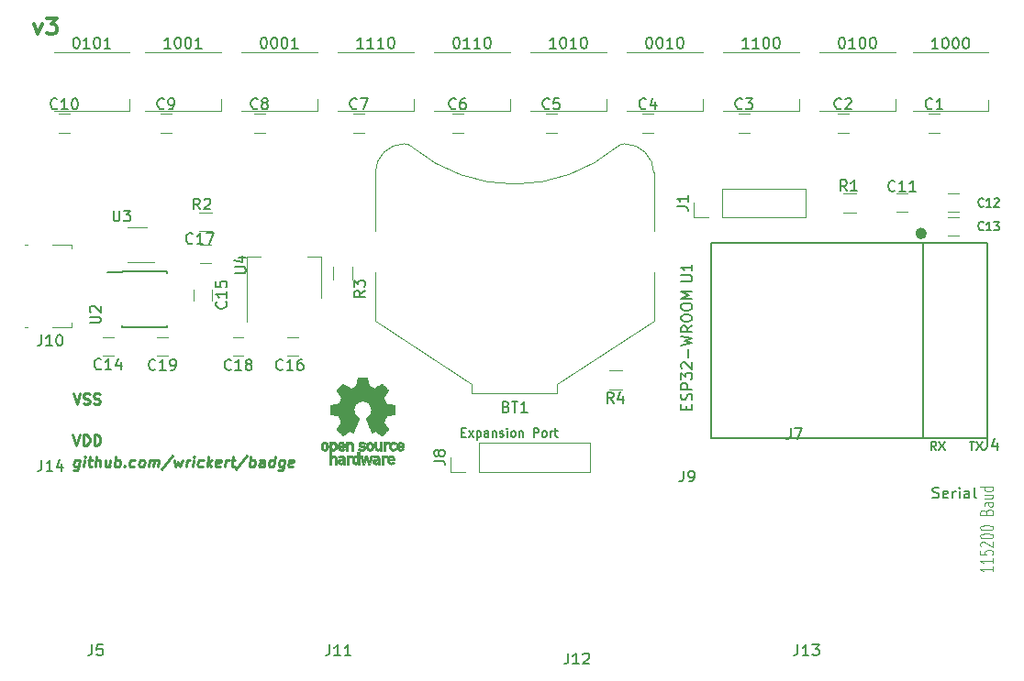
<source format=gbr>
G04 #@! TF.GenerationSoftware,KiCad,Pcbnew,5.0.1*
G04 #@! TF.CreationDate,2019-01-19T07:31:32-06:00*
G04 #@! TF.ProjectId,badge,62616467652E6B696361645F70636200,rev?*
G04 #@! TF.SameCoordinates,Original*
G04 #@! TF.FileFunction,Legend,Top*
G04 #@! TF.FilePolarity,Positive*
%FSLAX46Y46*%
G04 Gerber Fmt 4.6, Leading zero omitted, Abs format (unit mm)*
G04 Created by KiCad (PCBNEW 5.0.1) date Sat 19 Jan 2019 07:31:32 AM CST*
%MOMM*%
%LPD*%
G01*
G04 APERTURE LIST*
%ADD10C,0.200000*%
%ADD11C,0.300000*%
%ADD12C,0.125000*%
%ADD13C,0.250000*%
%ADD14C,0.150000*%
%ADD15C,0.120000*%
%ADD16C,0.500000*%
%ADD17C,0.010000*%
G04 APERTURE END LIST*
D10*
X121708095Y-127839857D02*
X121974761Y-127839857D01*
X122089047Y-128258904D02*
X121708095Y-128258904D01*
X121708095Y-127458904D01*
X122089047Y-127458904D01*
X122355714Y-128258904D02*
X122774761Y-127725571D01*
X122355714Y-127725571D02*
X122774761Y-128258904D01*
X123079523Y-127725571D02*
X123079523Y-128525571D01*
X123079523Y-127763666D02*
X123155714Y-127725571D01*
X123308095Y-127725571D01*
X123384285Y-127763666D01*
X123422380Y-127801761D01*
X123460476Y-127877952D01*
X123460476Y-128106523D01*
X123422380Y-128182714D01*
X123384285Y-128220809D01*
X123308095Y-128258904D01*
X123155714Y-128258904D01*
X123079523Y-128220809D01*
X124146190Y-128258904D02*
X124146190Y-127839857D01*
X124108095Y-127763666D01*
X124031904Y-127725571D01*
X123879523Y-127725571D01*
X123803333Y-127763666D01*
X124146190Y-128220809D02*
X124070000Y-128258904D01*
X123879523Y-128258904D01*
X123803333Y-128220809D01*
X123765238Y-128144619D01*
X123765238Y-128068428D01*
X123803333Y-127992238D01*
X123879523Y-127954142D01*
X124070000Y-127954142D01*
X124146190Y-127916047D01*
X124527142Y-127725571D02*
X124527142Y-128258904D01*
X124527142Y-127801761D02*
X124565238Y-127763666D01*
X124641428Y-127725571D01*
X124755714Y-127725571D01*
X124831904Y-127763666D01*
X124870000Y-127839857D01*
X124870000Y-128258904D01*
X125212857Y-128220809D02*
X125289047Y-128258904D01*
X125441428Y-128258904D01*
X125517619Y-128220809D01*
X125555714Y-128144619D01*
X125555714Y-128106523D01*
X125517619Y-128030333D01*
X125441428Y-127992238D01*
X125327142Y-127992238D01*
X125250952Y-127954142D01*
X125212857Y-127877952D01*
X125212857Y-127839857D01*
X125250952Y-127763666D01*
X125327142Y-127725571D01*
X125441428Y-127725571D01*
X125517619Y-127763666D01*
X125898571Y-128258904D02*
X125898571Y-127725571D01*
X125898571Y-127458904D02*
X125860476Y-127497000D01*
X125898571Y-127535095D01*
X125936666Y-127497000D01*
X125898571Y-127458904D01*
X125898571Y-127535095D01*
X126393809Y-128258904D02*
X126317619Y-128220809D01*
X126279523Y-128182714D01*
X126241428Y-128106523D01*
X126241428Y-127877952D01*
X126279523Y-127801761D01*
X126317619Y-127763666D01*
X126393809Y-127725571D01*
X126508095Y-127725571D01*
X126584285Y-127763666D01*
X126622380Y-127801761D01*
X126660476Y-127877952D01*
X126660476Y-128106523D01*
X126622380Y-128182714D01*
X126584285Y-128220809D01*
X126508095Y-128258904D01*
X126393809Y-128258904D01*
X127003333Y-127725571D02*
X127003333Y-128258904D01*
X127003333Y-127801761D02*
X127041428Y-127763666D01*
X127117619Y-127725571D01*
X127231904Y-127725571D01*
X127308095Y-127763666D01*
X127346190Y-127839857D01*
X127346190Y-128258904D01*
X128336666Y-128258904D02*
X128336666Y-127458904D01*
X128641428Y-127458904D01*
X128717619Y-127497000D01*
X128755714Y-127535095D01*
X128793809Y-127611285D01*
X128793809Y-127725571D01*
X128755714Y-127801761D01*
X128717619Y-127839857D01*
X128641428Y-127877952D01*
X128336666Y-127877952D01*
X129250952Y-128258904D02*
X129174761Y-128220809D01*
X129136666Y-128182714D01*
X129098571Y-128106523D01*
X129098571Y-127877952D01*
X129136666Y-127801761D01*
X129174761Y-127763666D01*
X129250952Y-127725571D01*
X129365238Y-127725571D01*
X129441428Y-127763666D01*
X129479523Y-127801761D01*
X129517619Y-127877952D01*
X129517619Y-128106523D01*
X129479523Y-128182714D01*
X129441428Y-128220809D01*
X129365238Y-128258904D01*
X129250952Y-128258904D01*
X129860476Y-128258904D02*
X129860476Y-127725571D01*
X129860476Y-127877952D02*
X129898571Y-127801761D01*
X129936666Y-127763666D01*
X130012857Y-127725571D01*
X130089047Y-127725571D01*
X130241428Y-127725571D02*
X130546190Y-127725571D01*
X130355714Y-127458904D02*
X130355714Y-128144619D01*
X130393809Y-128220809D01*
X130470000Y-128258904D01*
X130546190Y-128258904D01*
D11*
X82248571Y-90075571D02*
X82605714Y-91075571D01*
X82962857Y-90075571D01*
X83391428Y-89575571D02*
X84320000Y-89575571D01*
X83820000Y-90147000D01*
X84034285Y-90147000D01*
X84177142Y-90218428D01*
X84248571Y-90289857D01*
X84320000Y-90432714D01*
X84320000Y-90789857D01*
X84248571Y-90932714D01*
X84177142Y-91004142D01*
X84034285Y-91075571D01*
X83605714Y-91075571D01*
X83462857Y-91004142D01*
X83391428Y-90932714D01*
D12*
X170722857Y-140245666D02*
X170722857Y-140702809D01*
X170722857Y-140474238D02*
X169522857Y-140474238D01*
X169694285Y-140550428D01*
X169808571Y-140626619D01*
X169865714Y-140702809D01*
X170722857Y-139483761D02*
X170722857Y-139940904D01*
X170722857Y-139712333D02*
X169522857Y-139712333D01*
X169694285Y-139788523D01*
X169808571Y-139864714D01*
X169865714Y-139940904D01*
X169522857Y-138759952D02*
X169522857Y-139140904D01*
X170094285Y-139179000D01*
X170037142Y-139140904D01*
X169980000Y-139064714D01*
X169980000Y-138874238D01*
X170037142Y-138798047D01*
X170094285Y-138759952D01*
X170208571Y-138721857D01*
X170494285Y-138721857D01*
X170608571Y-138759952D01*
X170665714Y-138798047D01*
X170722857Y-138874238D01*
X170722857Y-139064714D01*
X170665714Y-139140904D01*
X170608571Y-139179000D01*
X169637142Y-138417095D02*
X169580000Y-138379000D01*
X169522857Y-138302809D01*
X169522857Y-138112333D01*
X169580000Y-138036142D01*
X169637142Y-137998047D01*
X169751428Y-137959952D01*
X169865714Y-137959952D01*
X170037142Y-137998047D01*
X170722857Y-138455190D01*
X170722857Y-137959952D01*
X169522857Y-137464714D02*
X169522857Y-137388523D01*
X169580000Y-137312333D01*
X169637142Y-137274238D01*
X169751428Y-137236142D01*
X169980000Y-137198047D01*
X170265714Y-137198047D01*
X170494285Y-137236142D01*
X170608571Y-137274238D01*
X170665714Y-137312333D01*
X170722857Y-137388523D01*
X170722857Y-137464714D01*
X170665714Y-137540904D01*
X170608571Y-137579000D01*
X170494285Y-137617095D01*
X170265714Y-137655190D01*
X169980000Y-137655190D01*
X169751428Y-137617095D01*
X169637142Y-137579000D01*
X169580000Y-137540904D01*
X169522857Y-137464714D01*
X169522857Y-136702809D02*
X169522857Y-136626619D01*
X169580000Y-136550428D01*
X169637142Y-136512333D01*
X169751428Y-136474238D01*
X169980000Y-136436142D01*
X170265714Y-136436142D01*
X170494285Y-136474238D01*
X170608571Y-136512333D01*
X170665714Y-136550428D01*
X170722857Y-136626619D01*
X170722857Y-136702809D01*
X170665714Y-136779000D01*
X170608571Y-136817095D01*
X170494285Y-136855190D01*
X170265714Y-136893285D01*
X169980000Y-136893285D01*
X169751428Y-136855190D01*
X169637142Y-136817095D01*
X169580000Y-136779000D01*
X169522857Y-136702809D01*
X170094285Y-135217095D02*
X170151428Y-135102809D01*
X170208571Y-135064714D01*
X170322857Y-135026619D01*
X170494285Y-135026619D01*
X170608571Y-135064714D01*
X170665714Y-135102809D01*
X170722857Y-135179000D01*
X170722857Y-135483761D01*
X169522857Y-135483761D01*
X169522857Y-135217095D01*
X169580000Y-135140904D01*
X169637142Y-135102809D01*
X169751428Y-135064714D01*
X169865714Y-135064714D01*
X169980000Y-135102809D01*
X170037142Y-135140904D01*
X170094285Y-135217095D01*
X170094285Y-135483761D01*
X170722857Y-134340904D02*
X170094285Y-134340904D01*
X169980000Y-134379000D01*
X169922857Y-134455190D01*
X169922857Y-134607571D01*
X169980000Y-134683761D01*
X170665714Y-134340904D02*
X170722857Y-134417095D01*
X170722857Y-134607571D01*
X170665714Y-134683761D01*
X170551428Y-134721857D01*
X170437142Y-134721857D01*
X170322857Y-134683761D01*
X170265714Y-134607571D01*
X170265714Y-134417095D01*
X170208571Y-134340904D01*
X169922857Y-133617095D02*
X170722857Y-133617095D01*
X169922857Y-133959952D02*
X170551428Y-133959952D01*
X170665714Y-133921857D01*
X170722857Y-133845666D01*
X170722857Y-133731380D01*
X170665714Y-133655190D01*
X170608571Y-133617095D01*
X170722857Y-132893285D02*
X169522857Y-132893285D01*
X170665714Y-132893285D02*
X170722857Y-132969476D01*
X170722857Y-133121857D01*
X170665714Y-133198047D01*
X170608571Y-133236142D01*
X170494285Y-133274238D01*
X170151428Y-133274238D01*
X170037142Y-133236142D01*
X169980000Y-133198047D01*
X169922857Y-133121857D01*
X169922857Y-132969476D01*
X169980000Y-132893285D01*
D10*
X165474666Y-129520904D02*
X165208000Y-129139952D01*
X165017523Y-129520904D02*
X165017523Y-128720904D01*
X165322285Y-128720904D01*
X165398476Y-128759000D01*
X165436571Y-128797095D01*
X165474666Y-128873285D01*
X165474666Y-128987571D01*
X165436571Y-129063761D01*
X165398476Y-129101857D01*
X165322285Y-129139952D01*
X165017523Y-129139952D01*
X165741333Y-128720904D02*
X166274666Y-129520904D01*
X166274666Y-128720904D02*
X165741333Y-129520904D01*
X168554476Y-128720904D02*
X169011619Y-128720904D01*
X168783047Y-129520904D02*
X168783047Y-128720904D01*
X169202095Y-128720904D02*
X169735428Y-129520904D01*
X169735428Y-128720904D02*
X169202095Y-129520904D01*
D13*
X86428556Y-130382714D02*
X86327366Y-131192238D01*
X86267842Y-131287476D01*
X86214270Y-131335095D01*
X86113080Y-131382714D01*
X85970223Y-131382714D01*
X85880937Y-131335095D01*
X86351175Y-131001761D02*
X86249985Y-131049380D01*
X86059508Y-131049380D01*
X85970223Y-131001761D01*
X85928556Y-130954142D01*
X85892842Y-130858904D01*
X85928556Y-130573190D01*
X85988080Y-130477952D01*
X86041651Y-130430333D01*
X86142842Y-130382714D01*
X86333318Y-130382714D01*
X86422604Y-130430333D01*
X86821413Y-131049380D02*
X86904747Y-130382714D01*
X86946413Y-130049380D02*
X86892842Y-130097000D01*
X86934508Y-130144619D01*
X86988080Y-130097000D01*
X86946413Y-130049380D01*
X86934508Y-130144619D01*
X87238080Y-130382714D02*
X87619032Y-130382714D01*
X87422604Y-130049380D02*
X87315461Y-130906523D01*
X87351175Y-131001761D01*
X87440461Y-131049380D01*
X87535699Y-131049380D01*
X87869032Y-131049380D02*
X87994032Y-130049380D01*
X88297604Y-131049380D02*
X88363080Y-130525571D01*
X88327366Y-130430333D01*
X88238080Y-130382714D01*
X88095223Y-130382714D01*
X87994032Y-130430333D01*
X87940461Y-130477952D01*
X89285699Y-130382714D02*
X89202366Y-131049380D01*
X88857127Y-130382714D02*
X88791651Y-130906523D01*
X88827366Y-131001761D01*
X88916651Y-131049380D01*
X89059508Y-131049380D01*
X89160699Y-131001761D01*
X89214270Y-130954142D01*
X89678556Y-131049380D02*
X89803556Y-130049380D01*
X89755937Y-130430333D02*
X89857127Y-130382714D01*
X90047604Y-130382714D01*
X90136889Y-130430333D01*
X90178556Y-130477952D01*
X90214270Y-130573190D01*
X90178556Y-130858904D01*
X90119032Y-130954142D01*
X90065461Y-131001761D01*
X89964270Y-131049380D01*
X89773794Y-131049380D01*
X89684508Y-131001761D01*
X90595223Y-130954142D02*
X90636889Y-131001761D01*
X90583318Y-131049380D01*
X90541651Y-131001761D01*
X90595223Y-130954142D01*
X90583318Y-131049380D01*
X91494032Y-131001761D02*
X91392842Y-131049380D01*
X91202366Y-131049380D01*
X91113080Y-131001761D01*
X91071413Y-130954142D01*
X91035699Y-130858904D01*
X91071413Y-130573190D01*
X91130937Y-130477952D01*
X91184508Y-130430333D01*
X91285699Y-130382714D01*
X91476175Y-130382714D01*
X91565461Y-130430333D01*
X92059508Y-131049380D02*
X91970223Y-131001761D01*
X91928556Y-130954142D01*
X91892842Y-130858904D01*
X91928556Y-130573190D01*
X91988080Y-130477952D01*
X92041651Y-130430333D01*
X92142842Y-130382714D01*
X92285699Y-130382714D01*
X92374985Y-130430333D01*
X92416651Y-130477952D01*
X92452366Y-130573190D01*
X92416651Y-130858904D01*
X92357127Y-130954142D01*
X92303556Y-131001761D01*
X92202366Y-131049380D01*
X92059508Y-131049380D01*
X92821413Y-131049380D02*
X92904747Y-130382714D01*
X92892842Y-130477952D02*
X92946413Y-130430333D01*
X93047604Y-130382714D01*
X93190461Y-130382714D01*
X93279747Y-130430333D01*
X93315461Y-130525571D01*
X93249985Y-131049380D01*
X93315461Y-130525571D02*
X93374985Y-130430333D01*
X93476175Y-130382714D01*
X93619032Y-130382714D01*
X93708318Y-130430333D01*
X93744032Y-130525571D01*
X93678556Y-131049380D01*
X94999985Y-130001761D02*
X93982127Y-131287476D01*
X95190461Y-130382714D02*
X95297604Y-131049380D01*
X95547604Y-130573190D01*
X95678556Y-131049380D01*
X95952366Y-130382714D01*
X96249985Y-131049380D02*
X96333318Y-130382714D01*
X96309508Y-130573190D02*
X96369032Y-130477952D01*
X96422604Y-130430333D01*
X96523794Y-130382714D01*
X96619032Y-130382714D01*
X96869032Y-131049380D02*
X96952366Y-130382714D01*
X96994032Y-130049380D02*
X96940461Y-130097000D01*
X96982127Y-130144619D01*
X97035699Y-130097000D01*
X96994032Y-130049380D01*
X96982127Y-130144619D01*
X97779747Y-131001761D02*
X97678556Y-131049380D01*
X97488080Y-131049380D01*
X97398794Y-131001761D01*
X97357127Y-130954142D01*
X97321413Y-130858904D01*
X97357127Y-130573190D01*
X97416651Y-130477952D01*
X97470223Y-130430333D01*
X97571413Y-130382714D01*
X97761889Y-130382714D01*
X97851175Y-130430333D01*
X98202366Y-131049380D02*
X98327366Y-130049380D01*
X98345223Y-130668428D02*
X98583318Y-131049380D01*
X98666651Y-130382714D02*
X98238080Y-130763666D01*
X99398794Y-131001761D02*
X99297604Y-131049380D01*
X99107127Y-131049380D01*
X99017842Y-131001761D01*
X98982127Y-130906523D01*
X99029747Y-130525571D01*
X99089270Y-130430333D01*
X99190461Y-130382714D01*
X99380937Y-130382714D01*
X99470223Y-130430333D01*
X99505937Y-130525571D01*
X99494032Y-130620809D01*
X99005937Y-130716047D01*
X99869032Y-131049380D02*
X99952366Y-130382714D01*
X99928556Y-130573190D02*
X99988080Y-130477952D01*
X100041651Y-130430333D01*
X100142842Y-130382714D01*
X100238080Y-130382714D01*
X100428556Y-130382714D02*
X100809508Y-130382714D01*
X100613080Y-130049380D02*
X100505937Y-130906523D01*
X100541651Y-131001761D01*
X100630937Y-131049380D01*
X100726175Y-131049380D01*
X101904747Y-130001761D02*
X100886889Y-131287476D01*
X102107127Y-131049380D02*
X102232127Y-130049380D01*
X102184508Y-130430333D02*
X102285699Y-130382714D01*
X102476175Y-130382714D01*
X102565461Y-130430333D01*
X102607127Y-130477952D01*
X102642842Y-130573190D01*
X102607127Y-130858904D01*
X102547604Y-130954142D01*
X102494032Y-131001761D01*
X102392842Y-131049380D01*
X102202366Y-131049380D01*
X102113080Y-131001761D01*
X103440461Y-131049380D02*
X103505937Y-130525571D01*
X103470223Y-130430333D01*
X103380937Y-130382714D01*
X103190461Y-130382714D01*
X103089270Y-130430333D01*
X103446413Y-131001761D02*
X103345223Y-131049380D01*
X103107127Y-131049380D01*
X103017842Y-131001761D01*
X102982127Y-130906523D01*
X102994032Y-130811285D01*
X103053556Y-130716047D01*
X103154747Y-130668428D01*
X103392842Y-130668428D01*
X103494032Y-130620809D01*
X104345223Y-131049380D02*
X104470223Y-130049380D01*
X104351175Y-131001761D02*
X104249985Y-131049380D01*
X104059508Y-131049380D01*
X103970223Y-131001761D01*
X103928556Y-130954142D01*
X103892842Y-130858904D01*
X103928556Y-130573190D01*
X103988080Y-130477952D01*
X104041651Y-130430333D01*
X104142842Y-130382714D01*
X104333318Y-130382714D01*
X104422604Y-130430333D01*
X105333318Y-130382714D02*
X105232127Y-131192238D01*
X105172604Y-131287476D01*
X105119032Y-131335095D01*
X105017842Y-131382714D01*
X104874985Y-131382714D01*
X104785699Y-131335095D01*
X105255937Y-131001761D02*
X105154747Y-131049380D01*
X104964270Y-131049380D01*
X104874985Y-131001761D01*
X104833318Y-130954142D01*
X104797604Y-130858904D01*
X104833318Y-130573190D01*
X104892842Y-130477952D01*
X104946413Y-130430333D01*
X105047604Y-130382714D01*
X105238080Y-130382714D01*
X105327366Y-130430333D01*
X106113080Y-131001761D02*
X106011889Y-131049380D01*
X105821413Y-131049380D01*
X105732127Y-131001761D01*
X105696413Y-130906523D01*
X105744032Y-130525571D01*
X105803556Y-130430333D01*
X105904747Y-130382714D01*
X106095223Y-130382714D01*
X106184508Y-130430333D01*
X106220223Y-130525571D01*
X106208318Y-130620809D01*
X105720223Y-130716047D01*
X85786666Y-128049380D02*
X86120000Y-129049380D01*
X86453333Y-128049380D01*
X86786666Y-129049380D02*
X86786666Y-128049380D01*
X87024761Y-128049380D01*
X87167619Y-128097000D01*
X87262857Y-128192238D01*
X87310476Y-128287476D01*
X87358095Y-128477952D01*
X87358095Y-128620809D01*
X87310476Y-128811285D01*
X87262857Y-128906523D01*
X87167619Y-129001761D01*
X87024761Y-129049380D01*
X86786666Y-129049380D01*
X87786666Y-129049380D02*
X87786666Y-128049380D01*
X88024761Y-128049380D01*
X88167619Y-128097000D01*
X88262857Y-128192238D01*
X88310476Y-128287476D01*
X88358095Y-128477952D01*
X88358095Y-128620809D01*
X88310476Y-128811285D01*
X88262857Y-128906523D01*
X88167619Y-129001761D01*
X88024761Y-129049380D01*
X87786666Y-129049380D01*
X85834285Y-124249380D02*
X86167619Y-125249380D01*
X86500952Y-124249380D01*
X86786666Y-125201761D02*
X86929523Y-125249380D01*
X87167619Y-125249380D01*
X87262857Y-125201761D01*
X87310476Y-125154142D01*
X87358095Y-125058904D01*
X87358095Y-124963666D01*
X87310476Y-124868428D01*
X87262857Y-124820809D01*
X87167619Y-124773190D01*
X86977142Y-124725571D01*
X86881904Y-124677952D01*
X86834285Y-124630333D01*
X86786666Y-124535095D01*
X86786666Y-124439857D01*
X86834285Y-124344619D01*
X86881904Y-124297000D01*
X86977142Y-124249380D01*
X87215238Y-124249380D01*
X87358095Y-124297000D01*
X87739047Y-125201761D02*
X87881904Y-125249380D01*
X88120000Y-125249380D01*
X88215238Y-125201761D01*
X88262857Y-125154142D01*
X88310476Y-125058904D01*
X88310476Y-124963666D01*
X88262857Y-124868428D01*
X88215238Y-124820809D01*
X88120000Y-124773190D01*
X87929523Y-124725571D01*
X87834285Y-124677952D01*
X87786666Y-124630333D01*
X87739047Y-124535095D01*
X87739047Y-124439857D01*
X87786666Y-124344619D01*
X87834285Y-124297000D01*
X87929523Y-124249380D01*
X88167619Y-124249380D01*
X88310476Y-124297000D01*
D14*
G04 #@! TO.C,U2*
X90381000Y-113045000D02*
X88981000Y-113045000D01*
X90381000Y-118145000D02*
X94531000Y-118145000D01*
X90381000Y-112995000D02*
X94531000Y-112995000D01*
X90381000Y-118145000D02*
X90381000Y-118000000D01*
X94531000Y-118145000D02*
X94531000Y-118000000D01*
X94531000Y-112995000D02*
X94531000Y-113140000D01*
X90381000Y-112995000D02*
X90381000Y-113045000D01*
D15*
G04 #@! TO.C,0101*
X91070000Y-98078576D02*
X91070000Y-97078576D01*
X84070000Y-98128576D02*
X91070000Y-98128576D01*
X84070000Y-92728576D02*
X91070000Y-92728576D01*
G04 #@! TO.C,0001*
X108365000Y-98075576D02*
X108365000Y-97075576D01*
X101365000Y-98125576D02*
X108365000Y-98125576D01*
X101365000Y-92725576D02*
X108365000Y-92725576D01*
G04 #@! TO.C,0100*
X161705000Y-98075576D02*
X161705000Y-97075576D01*
X154705000Y-98125576D02*
X161705000Y-98125576D01*
X154705000Y-92725576D02*
X161705000Y-92725576D01*
G04 #@! TO.C,1000*
X170295000Y-98103576D02*
X170295000Y-97103576D01*
X163295000Y-98153576D02*
X170295000Y-98153576D01*
X163295000Y-92753576D02*
X170295000Y-92753576D01*
G04 #@! TO.C,1100*
X152815000Y-98075576D02*
X152815000Y-97075576D01*
X145815000Y-98125576D02*
X152815000Y-98125576D01*
X145815000Y-92725576D02*
X152815000Y-92725576D01*
G04 #@! TO.C,0010*
X143925000Y-98075576D02*
X143925000Y-97075576D01*
X136925000Y-98125576D02*
X143925000Y-98125576D01*
X136925000Y-92725576D02*
X143925000Y-92725576D01*
G04 #@! TO.C,1010*
X135035000Y-98075576D02*
X135035000Y-97075576D01*
X128035000Y-98125576D02*
X135035000Y-98125576D01*
X128035000Y-92725576D02*
X135035000Y-92725576D01*
G04 #@! TO.C,0110*
X126145000Y-98075576D02*
X126145000Y-97075576D01*
X119145000Y-98125576D02*
X126145000Y-98125576D01*
X119145000Y-92725576D02*
X126145000Y-92725576D01*
G04 #@! TO.C,1110*
X117255000Y-98075576D02*
X117255000Y-97075576D01*
X110255000Y-98125576D02*
X117255000Y-98125576D01*
X110255000Y-92725576D02*
X117255000Y-92725576D01*
G04 #@! TO.C,1001*
X99475000Y-98075576D02*
X99475000Y-97075576D01*
X92475000Y-98125576D02*
X99475000Y-98125576D01*
X92475000Y-92725576D02*
X99475000Y-92725576D01*
D16*
G04 #@! TO.C,U1*
X164367981Y-109474000D02*
G75*
G03X164367981Y-109474000I-283981J0D01*
G01*
D14*
X164230000Y-128380000D02*
X164230000Y-110380000D01*
X170230000Y-110380000D02*
X144730000Y-110380000D01*
X170230000Y-128380000D02*
X144730000Y-128380000D01*
X144730000Y-128380000D02*
X144730000Y-110380000D01*
X170230000Y-128380000D02*
X170230000Y-110380000D01*
D15*
G04 #@! TO.C,BT1*
X117129556Y-101508929D02*
G75*
G03X136120000Y-101417000I9440444J11361929D01*
G01*
X117091751Y-101475249D02*
G75*
G03X116420000Y-101197000I-671751J-671751D01*
G01*
X136048249Y-101475249D02*
G75*
G02X136720000Y-101197000I671751J-671751D01*
G01*
X139420000Y-103897000D02*
G75*
G03X136720000Y-101197000I-2700000J0D01*
G01*
X113720000Y-103897000D02*
G75*
G02X116420000Y-101197000I2700000J0D01*
G01*
X113720000Y-109247000D02*
X113720000Y-103847000D01*
X139420000Y-109247000D02*
X139420000Y-103847000D01*
X113720000Y-117547000D02*
X113720000Y-113047000D01*
X139420000Y-117547000D02*
X139420000Y-113047000D01*
X122620000Y-123397000D02*
X113720000Y-117547000D01*
X122620000Y-124197000D02*
X122620000Y-123397000D01*
X130520000Y-124197000D02*
X122620000Y-124197000D01*
X130520000Y-124197000D02*
X130520000Y-123397000D01*
X130520000Y-123397000D02*
X139420000Y-117547000D01*
G04 #@! TO.C,C1*
X165784000Y-98451000D02*
X164784000Y-98451000D01*
X164784000Y-100151000D02*
X165784000Y-100151000D01*
G04 #@! TO.C,C2*
X157382000Y-98451000D02*
X156382000Y-98451000D01*
X156382000Y-100151000D02*
X157382000Y-100151000D01*
G04 #@! TO.C,C3*
X148238000Y-98451000D02*
X147238000Y-98451000D01*
X147238000Y-100151000D02*
X148238000Y-100151000D01*
G04 #@! TO.C,C4*
X139368000Y-98451000D02*
X138368000Y-98451000D01*
X138368000Y-100151000D02*
X139368000Y-100151000D01*
G04 #@! TO.C,C5*
X130458000Y-98451000D02*
X129458000Y-98451000D01*
X129458000Y-100151000D02*
X130458000Y-100151000D01*
G04 #@! TO.C,C6*
X121822000Y-98451000D02*
X120822000Y-98451000D01*
X120822000Y-100151000D02*
X121822000Y-100151000D01*
G04 #@! TO.C,C7*
X112678000Y-98451000D02*
X111678000Y-98451000D01*
X111678000Y-100151000D02*
X112678000Y-100151000D01*
G04 #@! TO.C,C8*
X103534000Y-98451000D02*
X102534000Y-98451000D01*
X102534000Y-100151000D02*
X103534000Y-100151000D01*
G04 #@! TO.C,C9*
X94898000Y-98451000D02*
X93898000Y-98451000D01*
X93898000Y-100151000D02*
X94898000Y-100151000D01*
G04 #@! TO.C,C10*
X85520000Y-98451000D02*
X84520000Y-98451000D01*
X84520000Y-100151000D02*
X85520000Y-100151000D01*
G04 #@! TO.C,C11*
X162820000Y-105797000D02*
X161820000Y-105797000D01*
X161820000Y-107497000D02*
X162820000Y-107497000D01*
G04 #@! TO.C,C12*
X167570000Y-105797000D02*
X166570000Y-105797000D01*
X166570000Y-107497000D02*
X167570000Y-107497000D01*
G04 #@! TO.C,C13*
X167570000Y-107989000D02*
X166570000Y-107989000D01*
X166570000Y-109689000D02*
X167570000Y-109689000D01*
G04 #@! TO.C,R1*
X158070000Y-107527000D02*
X156870000Y-107527000D01*
X156870000Y-105767000D02*
X158070000Y-105767000D01*
D17*
G04 #@! TO.C,REF\002A\002A\002A*
G36*
X109983360Y-128749468D02*
X110018592Y-128766874D01*
X110062040Y-128797206D01*
X110093706Y-128830283D01*
X110115394Y-128871817D01*
X110128903Y-128927522D01*
X110136038Y-129003111D01*
X110138600Y-129104296D01*
X110138750Y-129147797D01*
X110138312Y-129243135D01*
X110136496Y-129311271D01*
X110132545Y-129358418D01*
X110125702Y-129390790D01*
X110115211Y-129414600D01*
X110104296Y-129430843D01*
X110034619Y-129499952D01*
X109952566Y-129541521D01*
X109864050Y-129554023D01*
X109774981Y-129535934D01*
X109746763Y-129523142D01*
X109679210Y-129487931D01*
X109679210Y-130039700D01*
X109728512Y-130014205D01*
X109793473Y-129994480D01*
X109873320Y-129989427D01*
X109953052Y-129998756D01*
X110013265Y-130019714D01*
X110063208Y-130059627D01*
X110105881Y-130116741D01*
X110109090Y-130122605D01*
X110122622Y-130150227D01*
X110132505Y-130178068D01*
X110139309Y-130211794D01*
X110143601Y-130257071D01*
X110145951Y-130319562D01*
X110146928Y-130404935D01*
X110147105Y-130501010D01*
X110147105Y-130807526D01*
X109963289Y-130807526D01*
X109963289Y-130242339D01*
X109911875Y-130199077D01*
X109858466Y-130164472D01*
X109807888Y-130158180D01*
X109757030Y-130174372D01*
X109729925Y-130190227D01*
X109709751Y-130212810D01*
X109695403Y-130246940D01*
X109685776Y-130297434D01*
X109679763Y-130369111D01*
X109676260Y-130466788D01*
X109675026Y-130531802D01*
X109670855Y-130799171D01*
X109583125Y-130804222D01*
X109495394Y-130809273D01*
X109495394Y-129150101D01*
X109679210Y-129150101D01*
X109683896Y-129242600D01*
X109699688Y-129306809D01*
X109729183Y-129346759D01*
X109774980Y-129366480D01*
X109821250Y-129370421D01*
X109873628Y-129365892D01*
X109908390Y-129348069D01*
X109930128Y-129324519D01*
X109947240Y-129299189D01*
X109957427Y-129270969D01*
X109961960Y-129231431D01*
X109962109Y-129172142D01*
X109960584Y-129122498D01*
X109957081Y-129047710D01*
X109951867Y-128998611D01*
X109943087Y-128967467D01*
X109928886Y-128946545D01*
X109915484Y-128934452D01*
X109859487Y-128908081D01*
X109793211Y-128903822D01*
X109755156Y-128912906D01*
X109717477Y-128945196D01*
X109692519Y-129008006D01*
X109680422Y-129100894D01*
X109679210Y-129150101D01*
X109495394Y-129150101D01*
X109495394Y-128735421D01*
X109587302Y-128735421D01*
X109642483Y-128737603D01*
X109670952Y-128745351D01*
X109679206Y-128760468D01*
X109679210Y-128760916D01*
X109683040Y-128775720D01*
X109699933Y-128774039D01*
X109733519Y-128757772D01*
X109811778Y-128732887D01*
X109899827Y-128730271D01*
X109983360Y-128749468D01*
X109983360Y-128749468D01*
G37*
X109983360Y-128749468D02*
X110018592Y-128766874D01*
X110062040Y-128797206D01*
X110093706Y-128830283D01*
X110115394Y-128871817D01*
X110128903Y-128927522D01*
X110136038Y-129003111D01*
X110138600Y-129104296D01*
X110138750Y-129147797D01*
X110138312Y-129243135D01*
X110136496Y-129311271D01*
X110132545Y-129358418D01*
X110125702Y-129390790D01*
X110115211Y-129414600D01*
X110104296Y-129430843D01*
X110034619Y-129499952D01*
X109952566Y-129541521D01*
X109864050Y-129554023D01*
X109774981Y-129535934D01*
X109746763Y-129523142D01*
X109679210Y-129487931D01*
X109679210Y-130039700D01*
X109728512Y-130014205D01*
X109793473Y-129994480D01*
X109873320Y-129989427D01*
X109953052Y-129998756D01*
X110013265Y-130019714D01*
X110063208Y-130059627D01*
X110105881Y-130116741D01*
X110109090Y-130122605D01*
X110122622Y-130150227D01*
X110132505Y-130178068D01*
X110139309Y-130211794D01*
X110143601Y-130257071D01*
X110145951Y-130319562D01*
X110146928Y-130404935D01*
X110147105Y-130501010D01*
X110147105Y-130807526D01*
X109963289Y-130807526D01*
X109963289Y-130242339D01*
X109911875Y-130199077D01*
X109858466Y-130164472D01*
X109807888Y-130158180D01*
X109757030Y-130174372D01*
X109729925Y-130190227D01*
X109709751Y-130212810D01*
X109695403Y-130246940D01*
X109685776Y-130297434D01*
X109679763Y-130369111D01*
X109676260Y-130466788D01*
X109675026Y-130531802D01*
X109670855Y-130799171D01*
X109583125Y-130804222D01*
X109495394Y-130809273D01*
X109495394Y-129150101D01*
X109679210Y-129150101D01*
X109683896Y-129242600D01*
X109699688Y-129306809D01*
X109729183Y-129346759D01*
X109774980Y-129366480D01*
X109821250Y-129370421D01*
X109873628Y-129365892D01*
X109908390Y-129348069D01*
X109930128Y-129324519D01*
X109947240Y-129299189D01*
X109957427Y-129270969D01*
X109961960Y-129231431D01*
X109962109Y-129172142D01*
X109960584Y-129122498D01*
X109957081Y-129047710D01*
X109951867Y-128998611D01*
X109943087Y-128967467D01*
X109928886Y-128946545D01*
X109915484Y-128934452D01*
X109859487Y-128908081D01*
X109793211Y-128903822D01*
X109755156Y-128912906D01*
X109717477Y-128945196D01*
X109692519Y-129008006D01*
X109680422Y-129100894D01*
X109679210Y-129150101D01*
X109495394Y-129150101D01*
X109495394Y-128735421D01*
X109587302Y-128735421D01*
X109642483Y-128737603D01*
X109670952Y-128745351D01*
X109679206Y-128760468D01*
X109679210Y-128760916D01*
X109683040Y-128775720D01*
X109699933Y-128774039D01*
X109733519Y-128757772D01*
X109811778Y-128732887D01*
X109899827Y-128730271D01*
X109983360Y-128749468D01*
G36*
X110680457Y-129995184D02*
X110759070Y-130016160D01*
X110818916Y-130054180D01*
X110861147Y-130103978D01*
X110874275Y-130125230D01*
X110883968Y-130147492D01*
X110890744Y-130175970D01*
X110895123Y-130215871D01*
X110897624Y-130272401D01*
X110898768Y-130350767D01*
X110899072Y-130456176D01*
X110899078Y-130484142D01*
X110899078Y-130807526D01*
X110818868Y-130807526D01*
X110767706Y-130803943D01*
X110729877Y-130794866D01*
X110720399Y-130789268D01*
X110694488Y-130779606D01*
X110668024Y-130789268D01*
X110624452Y-130801330D01*
X110561160Y-130806185D01*
X110491010Y-130804078D01*
X110426860Y-130795256D01*
X110389407Y-130783937D01*
X110316933Y-130737412D01*
X110271640Y-130672846D01*
X110251278Y-130587000D01*
X110251088Y-130584796D01*
X110252875Y-130546713D01*
X110414473Y-130546713D01*
X110428601Y-130590030D01*
X110451612Y-130614408D01*
X110497804Y-130632845D01*
X110558775Y-130640205D01*
X110620949Y-130636583D01*
X110670751Y-130622074D01*
X110684703Y-130612765D01*
X110709085Y-130569753D01*
X110715263Y-130520857D01*
X110715263Y-130456605D01*
X110622818Y-130456605D01*
X110534995Y-130463366D01*
X110468418Y-130482520D01*
X110427002Y-130512376D01*
X110414473Y-130546713D01*
X110252875Y-130546713D01*
X110255490Y-130491004D01*
X110286424Y-130416847D01*
X110344581Y-130360767D01*
X110352620Y-130355665D01*
X110387163Y-130339055D01*
X110429918Y-130328996D01*
X110489686Y-130324107D01*
X110560690Y-130322983D01*
X110715263Y-130322921D01*
X110715263Y-130258125D01*
X110708706Y-130207850D01*
X110691975Y-130174169D01*
X110690016Y-130172376D01*
X110652783Y-130157642D01*
X110596580Y-130151931D01*
X110534467Y-130154737D01*
X110479510Y-130165556D01*
X110446899Y-130181782D01*
X110429228Y-130194780D01*
X110410569Y-130197262D01*
X110384819Y-130186613D01*
X110345873Y-130160218D01*
X110287630Y-130115465D01*
X110282284Y-130111273D01*
X110285023Y-130095760D01*
X110307876Y-130069960D01*
X110342609Y-130041289D01*
X110380990Y-130017166D01*
X110393048Y-130011470D01*
X110437034Y-130000103D01*
X110501487Y-129991995D01*
X110573497Y-129988743D01*
X110576864Y-129988736D01*
X110680457Y-129995184D01*
X110680457Y-129995184D01*
G37*
X110680457Y-129995184D02*
X110759070Y-130016160D01*
X110818916Y-130054180D01*
X110861147Y-130103978D01*
X110874275Y-130125230D01*
X110883968Y-130147492D01*
X110890744Y-130175970D01*
X110895123Y-130215871D01*
X110897624Y-130272401D01*
X110898768Y-130350767D01*
X110899072Y-130456176D01*
X110899078Y-130484142D01*
X110899078Y-130807526D01*
X110818868Y-130807526D01*
X110767706Y-130803943D01*
X110729877Y-130794866D01*
X110720399Y-130789268D01*
X110694488Y-130779606D01*
X110668024Y-130789268D01*
X110624452Y-130801330D01*
X110561160Y-130806185D01*
X110491010Y-130804078D01*
X110426860Y-130795256D01*
X110389407Y-130783937D01*
X110316933Y-130737412D01*
X110271640Y-130672846D01*
X110251278Y-130587000D01*
X110251088Y-130584796D01*
X110252875Y-130546713D01*
X110414473Y-130546713D01*
X110428601Y-130590030D01*
X110451612Y-130614408D01*
X110497804Y-130632845D01*
X110558775Y-130640205D01*
X110620949Y-130636583D01*
X110670751Y-130622074D01*
X110684703Y-130612765D01*
X110709085Y-130569753D01*
X110715263Y-130520857D01*
X110715263Y-130456605D01*
X110622818Y-130456605D01*
X110534995Y-130463366D01*
X110468418Y-130482520D01*
X110427002Y-130512376D01*
X110414473Y-130546713D01*
X110252875Y-130546713D01*
X110255490Y-130491004D01*
X110286424Y-130416847D01*
X110344581Y-130360767D01*
X110352620Y-130355665D01*
X110387163Y-130339055D01*
X110429918Y-130328996D01*
X110489686Y-130324107D01*
X110560690Y-130322983D01*
X110715263Y-130322921D01*
X110715263Y-130258125D01*
X110708706Y-130207850D01*
X110691975Y-130174169D01*
X110690016Y-130172376D01*
X110652783Y-130157642D01*
X110596580Y-130151931D01*
X110534467Y-130154737D01*
X110479510Y-130165556D01*
X110446899Y-130181782D01*
X110429228Y-130194780D01*
X110410569Y-130197262D01*
X110384819Y-130186613D01*
X110345873Y-130160218D01*
X110287630Y-130115465D01*
X110282284Y-130111273D01*
X110285023Y-130095760D01*
X110307876Y-130069960D01*
X110342609Y-130041289D01*
X110380990Y-130017166D01*
X110393048Y-130011470D01*
X110437034Y-130000103D01*
X110501487Y-129991995D01*
X110573497Y-129988743D01*
X110576864Y-129988736D01*
X110680457Y-129995184D01*
G36*
X111199881Y-129990486D02*
X111224888Y-129997982D01*
X111232950Y-130014451D01*
X111233289Y-130021886D01*
X111234736Y-130042594D01*
X111244698Y-130045845D01*
X111271612Y-130031648D01*
X111287598Y-130021948D01*
X111338033Y-130001175D01*
X111398272Y-129990904D01*
X111461434Y-129990114D01*
X111520637Y-129997786D01*
X111569002Y-130012898D01*
X111599646Y-130034432D01*
X111605689Y-130061366D01*
X111602639Y-130068660D01*
X111580406Y-130098937D01*
X111545930Y-130136175D01*
X111539694Y-130142195D01*
X111506833Y-130169875D01*
X111478480Y-130178818D01*
X111438827Y-130172576D01*
X111422942Y-130168429D01*
X111373509Y-130158467D01*
X111338752Y-130162947D01*
X111309400Y-130178746D01*
X111282513Y-130199949D01*
X111262710Y-130226614D01*
X111248948Y-130263827D01*
X111240184Y-130316673D01*
X111235374Y-130390237D01*
X111233474Y-130489605D01*
X111233289Y-130549601D01*
X111233289Y-130807526D01*
X111066184Y-130807526D01*
X111066184Y-129988710D01*
X111149736Y-129988710D01*
X111199881Y-129990486D01*
X111199881Y-129990486D01*
G37*
X111199881Y-129990486D02*
X111224888Y-129997982D01*
X111232950Y-130014451D01*
X111233289Y-130021886D01*
X111234736Y-130042594D01*
X111244698Y-130045845D01*
X111271612Y-130031648D01*
X111287598Y-130021948D01*
X111338033Y-130001175D01*
X111398272Y-129990904D01*
X111461434Y-129990114D01*
X111520637Y-129997786D01*
X111569002Y-130012898D01*
X111599646Y-130034432D01*
X111605689Y-130061366D01*
X111602639Y-130068660D01*
X111580406Y-130098937D01*
X111545930Y-130136175D01*
X111539694Y-130142195D01*
X111506833Y-130169875D01*
X111478480Y-130178818D01*
X111438827Y-130172576D01*
X111422942Y-130168429D01*
X111373509Y-130158467D01*
X111338752Y-130162947D01*
X111309400Y-130178746D01*
X111282513Y-130199949D01*
X111262710Y-130226614D01*
X111248948Y-130263827D01*
X111240184Y-130316673D01*
X111235374Y-130390237D01*
X111233474Y-130489605D01*
X111233289Y-130549601D01*
X111233289Y-130807526D01*
X111066184Y-130807526D01*
X111066184Y-129988710D01*
X111149736Y-129988710D01*
X111199881Y-129990486D01*
G36*
X112252631Y-130807526D02*
X112160723Y-130807526D01*
X112107377Y-130805962D01*
X112079593Y-130799485D01*
X112069590Y-130785418D01*
X112068815Y-130775906D01*
X112067128Y-130756832D01*
X112056490Y-130753174D01*
X112028535Y-130764932D01*
X112006795Y-130775906D01*
X111923332Y-130801911D01*
X111832604Y-130803416D01*
X111758842Y-130784021D01*
X111690154Y-130737165D01*
X111637794Y-130668004D01*
X111609122Y-130586427D01*
X111608392Y-130581866D01*
X111604132Y-130532101D01*
X111602014Y-130460659D01*
X111602184Y-130406626D01*
X111784720Y-130406626D01*
X111788949Y-130478441D01*
X111798568Y-130537634D01*
X111811590Y-130571060D01*
X111860856Y-130616740D01*
X111919350Y-130633115D01*
X111979671Y-130619873D01*
X112031217Y-130580373D01*
X112050738Y-130553807D01*
X112062152Y-130522106D01*
X112067498Y-130475832D01*
X112068815Y-130406328D01*
X112066458Y-130337499D01*
X112060233Y-130277026D01*
X112051408Y-130236556D01*
X112049937Y-130232929D01*
X112014347Y-130189802D01*
X111962400Y-130166124D01*
X111904278Y-130162301D01*
X111850160Y-130178738D01*
X111810226Y-130215840D01*
X111806083Y-130223222D01*
X111793116Y-130268239D01*
X111786052Y-130332967D01*
X111784720Y-130406626D01*
X111602184Y-130406626D01*
X111602271Y-130379230D01*
X111603472Y-130335405D01*
X111611645Y-130226988D01*
X111628630Y-130145588D01*
X111656887Y-130085412D01*
X111698872Y-130040666D01*
X111739632Y-130014400D01*
X111796581Y-129995935D01*
X111867411Y-129989602D01*
X111939941Y-129994760D01*
X112001986Y-130010769D01*
X112034768Y-130029920D01*
X112068815Y-130060732D01*
X112068815Y-129671210D01*
X112252631Y-129671210D01*
X112252631Y-130807526D01*
X112252631Y-130807526D01*
G37*
X112252631Y-130807526D02*
X112160723Y-130807526D01*
X112107377Y-130805962D01*
X112079593Y-130799485D01*
X112069590Y-130785418D01*
X112068815Y-130775906D01*
X112067128Y-130756832D01*
X112056490Y-130753174D01*
X112028535Y-130764932D01*
X112006795Y-130775906D01*
X111923332Y-130801911D01*
X111832604Y-130803416D01*
X111758842Y-130784021D01*
X111690154Y-130737165D01*
X111637794Y-130668004D01*
X111609122Y-130586427D01*
X111608392Y-130581866D01*
X111604132Y-130532101D01*
X111602014Y-130460659D01*
X111602184Y-130406626D01*
X111784720Y-130406626D01*
X111788949Y-130478441D01*
X111798568Y-130537634D01*
X111811590Y-130571060D01*
X111860856Y-130616740D01*
X111919350Y-130633115D01*
X111979671Y-130619873D01*
X112031217Y-130580373D01*
X112050738Y-130553807D01*
X112062152Y-130522106D01*
X112067498Y-130475832D01*
X112068815Y-130406328D01*
X112066458Y-130337499D01*
X112060233Y-130277026D01*
X112051408Y-130236556D01*
X112049937Y-130232929D01*
X112014347Y-130189802D01*
X111962400Y-130166124D01*
X111904278Y-130162301D01*
X111850160Y-130178738D01*
X111810226Y-130215840D01*
X111806083Y-130223222D01*
X111793116Y-130268239D01*
X111786052Y-130332967D01*
X111784720Y-130406626D01*
X111602184Y-130406626D01*
X111602271Y-130379230D01*
X111603472Y-130335405D01*
X111611645Y-130226988D01*
X111628630Y-130145588D01*
X111656887Y-130085412D01*
X111698872Y-130040666D01*
X111739632Y-130014400D01*
X111796581Y-129995935D01*
X111867411Y-129989602D01*
X111939941Y-129994760D01*
X112001986Y-130010769D01*
X112034768Y-130029920D01*
X112068815Y-130060732D01*
X112068815Y-129671210D01*
X112252631Y-129671210D01*
X112252631Y-130807526D01*
G36*
X112894130Y-129992104D02*
X112960220Y-129997066D01*
X113046626Y-130256079D01*
X113133031Y-130515092D01*
X113160124Y-130423184D01*
X113176428Y-130366384D01*
X113197875Y-130289625D01*
X113221035Y-130205251D01*
X113233280Y-130159993D01*
X113279344Y-129988710D01*
X113469387Y-129988710D01*
X113412582Y-130168349D01*
X113384607Y-130256704D01*
X113350813Y-130363281D01*
X113315520Y-130474454D01*
X113284013Y-130573579D01*
X113212250Y-130799171D01*
X113057286Y-130809253D01*
X113015270Y-130670528D01*
X112989359Y-130584351D01*
X112961083Y-130489347D01*
X112936369Y-130405441D01*
X112935394Y-130402102D01*
X112916935Y-130345248D01*
X112900649Y-130306456D01*
X112889242Y-130291787D01*
X112886898Y-130293483D01*
X112878671Y-130316225D01*
X112863038Y-130364940D01*
X112841904Y-130433502D01*
X112817170Y-130515785D01*
X112803787Y-130561046D01*
X112731311Y-130807526D01*
X112577495Y-130807526D01*
X112454531Y-130419006D01*
X112419988Y-130310022D01*
X112388521Y-130211048D01*
X112361616Y-130126736D01*
X112340759Y-130061734D01*
X112327438Y-130020692D01*
X112323388Y-130008701D01*
X112326594Y-129996423D01*
X112351765Y-129991046D01*
X112404146Y-129991584D01*
X112412345Y-129991990D01*
X112509482Y-129997066D01*
X112573100Y-130231013D01*
X112596484Y-130316333D01*
X112617381Y-130391335D01*
X112633951Y-130449507D01*
X112644354Y-130484337D01*
X112646276Y-130490016D01*
X112654241Y-130483486D01*
X112670304Y-130449654D01*
X112692621Y-130393127D01*
X112719345Y-130318510D01*
X112741937Y-130251107D01*
X112828041Y-129987143D01*
X112894130Y-129992104D01*
X112894130Y-129992104D01*
G37*
X112894130Y-129992104D02*
X112960220Y-129997066D01*
X113046626Y-130256079D01*
X113133031Y-130515092D01*
X113160124Y-130423184D01*
X113176428Y-130366384D01*
X113197875Y-130289625D01*
X113221035Y-130205251D01*
X113233280Y-130159993D01*
X113279344Y-129988710D01*
X113469387Y-129988710D01*
X113412582Y-130168349D01*
X113384607Y-130256704D01*
X113350813Y-130363281D01*
X113315520Y-130474454D01*
X113284013Y-130573579D01*
X113212250Y-130799171D01*
X113057286Y-130809253D01*
X113015270Y-130670528D01*
X112989359Y-130584351D01*
X112961083Y-130489347D01*
X112936369Y-130405441D01*
X112935394Y-130402102D01*
X112916935Y-130345248D01*
X112900649Y-130306456D01*
X112889242Y-130291787D01*
X112886898Y-130293483D01*
X112878671Y-130316225D01*
X112863038Y-130364940D01*
X112841904Y-130433502D01*
X112817170Y-130515785D01*
X112803787Y-130561046D01*
X112731311Y-130807526D01*
X112577495Y-130807526D01*
X112454531Y-130419006D01*
X112419988Y-130310022D01*
X112388521Y-130211048D01*
X112361616Y-130126736D01*
X112340759Y-130061734D01*
X112327438Y-130020692D01*
X112323388Y-130008701D01*
X112326594Y-129996423D01*
X112351765Y-129991046D01*
X112404146Y-129991584D01*
X112412345Y-129991990D01*
X112509482Y-129997066D01*
X112573100Y-130231013D01*
X112596484Y-130316333D01*
X112617381Y-130391335D01*
X112633951Y-130449507D01*
X112644354Y-130484337D01*
X112646276Y-130490016D01*
X112654241Y-130483486D01*
X112670304Y-130449654D01*
X112692621Y-130393127D01*
X112719345Y-130318510D01*
X112741937Y-130251107D01*
X112828041Y-129987143D01*
X112894130Y-129992104D01*
G36*
X113899992Y-129993673D02*
X113970427Y-130010780D01*
X113990787Y-130019844D01*
X114030253Y-130043583D01*
X114060541Y-130070321D01*
X114082952Y-130104699D01*
X114098786Y-130151360D01*
X114109343Y-130214946D01*
X114115924Y-130300099D01*
X114119828Y-130411462D01*
X114121310Y-130485849D01*
X114126765Y-130807526D01*
X114033580Y-130807526D01*
X113977047Y-130805156D01*
X113947922Y-130797055D01*
X113940394Y-130783451D01*
X113936420Y-130768741D01*
X113918652Y-130771554D01*
X113894440Y-130783348D01*
X113833828Y-130801427D01*
X113755929Y-130806299D01*
X113673995Y-130798330D01*
X113601281Y-130777889D01*
X113594759Y-130775051D01*
X113528302Y-130728365D01*
X113484491Y-130663464D01*
X113464332Y-130587600D01*
X113465872Y-130560344D01*
X113630345Y-130560344D01*
X113644837Y-130597024D01*
X113687805Y-130623309D01*
X113757129Y-130637417D01*
X113794177Y-130639290D01*
X113855919Y-130634494D01*
X113896960Y-130615858D01*
X113906973Y-130607000D01*
X113934100Y-130558806D01*
X113940394Y-130515092D01*
X113940394Y-130456605D01*
X113858930Y-130456605D01*
X113764234Y-130461432D01*
X113697813Y-130476613D01*
X113655846Y-130503200D01*
X113646449Y-130515052D01*
X113630345Y-130560344D01*
X113465872Y-130560344D01*
X113468829Y-130508026D01*
X113498985Y-130431995D01*
X113540131Y-130380612D01*
X113565052Y-130358397D01*
X113589448Y-130343798D01*
X113621191Y-130334897D01*
X113668152Y-130329775D01*
X113738204Y-130326515D01*
X113765990Y-130325577D01*
X113940394Y-130319879D01*
X113940138Y-130267091D01*
X113933384Y-130211603D01*
X113908964Y-130178052D01*
X113859630Y-130156618D01*
X113858306Y-130156236D01*
X113788360Y-130147808D01*
X113719914Y-130158816D01*
X113669047Y-130185585D01*
X113648637Y-130198803D01*
X113626654Y-130196974D01*
X113592826Y-130177824D01*
X113572961Y-130164308D01*
X113534106Y-130135432D01*
X113510038Y-130113786D01*
X113506176Y-130107589D01*
X113522079Y-130075519D01*
X113569065Y-130037219D01*
X113589473Y-130024297D01*
X113648143Y-130002041D01*
X113727212Y-129989432D01*
X113815041Y-129986600D01*
X113899992Y-129993673D01*
X113899992Y-129993673D01*
G37*
X113899992Y-129993673D02*
X113970427Y-130010780D01*
X113990787Y-130019844D01*
X114030253Y-130043583D01*
X114060541Y-130070321D01*
X114082952Y-130104699D01*
X114098786Y-130151360D01*
X114109343Y-130214946D01*
X114115924Y-130300099D01*
X114119828Y-130411462D01*
X114121310Y-130485849D01*
X114126765Y-130807526D01*
X114033580Y-130807526D01*
X113977047Y-130805156D01*
X113947922Y-130797055D01*
X113940394Y-130783451D01*
X113936420Y-130768741D01*
X113918652Y-130771554D01*
X113894440Y-130783348D01*
X113833828Y-130801427D01*
X113755929Y-130806299D01*
X113673995Y-130798330D01*
X113601281Y-130777889D01*
X113594759Y-130775051D01*
X113528302Y-130728365D01*
X113484491Y-130663464D01*
X113464332Y-130587600D01*
X113465872Y-130560344D01*
X113630345Y-130560344D01*
X113644837Y-130597024D01*
X113687805Y-130623309D01*
X113757129Y-130637417D01*
X113794177Y-130639290D01*
X113855919Y-130634494D01*
X113896960Y-130615858D01*
X113906973Y-130607000D01*
X113934100Y-130558806D01*
X113940394Y-130515092D01*
X113940394Y-130456605D01*
X113858930Y-130456605D01*
X113764234Y-130461432D01*
X113697813Y-130476613D01*
X113655846Y-130503200D01*
X113646449Y-130515052D01*
X113630345Y-130560344D01*
X113465872Y-130560344D01*
X113468829Y-130508026D01*
X113498985Y-130431995D01*
X113540131Y-130380612D01*
X113565052Y-130358397D01*
X113589448Y-130343798D01*
X113621191Y-130334897D01*
X113668152Y-130329775D01*
X113738204Y-130326515D01*
X113765990Y-130325577D01*
X113940394Y-130319879D01*
X113940138Y-130267091D01*
X113933384Y-130211603D01*
X113908964Y-130178052D01*
X113859630Y-130156618D01*
X113858306Y-130156236D01*
X113788360Y-130147808D01*
X113719914Y-130158816D01*
X113669047Y-130185585D01*
X113648637Y-130198803D01*
X113626654Y-130196974D01*
X113592826Y-130177824D01*
X113572961Y-130164308D01*
X113534106Y-130135432D01*
X113510038Y-130113786D01*
X113506176Y-130107589D01*
X113522079Y-130075519D01*
X113569065Y-130037219D01*
X113589473Y-130024297D01*
X113648143Y-130002041D01*
X113727212Y-129989432D01*
X113815041Y-129986600D01*
X113899992Y-129993673D01*
G36*
X114693167Y-129988447D02*
X114757408Y-130001112D01*
X114793980Y-130019864D01*
X114832453Y-130051017D01*
X114777717Y-130120127D01*
X114743969Y-130161979D01*
X114721053Y-130182398D01*
X114698279Y-130185517D01*
X114664956Y-130175472D01*
X114649314Y-130169789D01*
X114585542Y-130161404D01*
X114527140Y-130179378D01*
X114484264Y-130219982D01*
X114477299Y-130232929D01*
X114469713Y-130267224D01*
X114463859Y-130330427D01*
X114460011Y-130418060D01*
X114458443Y-130525640D01*
X114458421Y-130540944D01*
X114458421Y-130807526D01*
X114274605Y-130807526D01*
X114274605Y-129988710D01*
X114366513Y-129988710D01*
X114419507Y-129990094D01*
X114447115Y-129996252D01*
X114457324Y-130010194D01*
X114458421Y-130023344D01*
X114458421Y-130057978D01*
X114502450Y-130023344D01*
X114552937Y-129999716D01*
X114620760Y-129988033D01*
X114693167Y-129988447D01*
X114693167Y-129988447D01*
G37*
X114693167Y-129988447D02*
X114757408Y-130001112D01*
X114793980Y-130019864D01*
X114832453Y-130051017D01*
X114777717Y-130120127D01*
X114743969Y-130161979D01*
X114721053Y-130182398D01*
X114698279Y-130185517D01*
X114664956Y-130175472D01*
X114649314Y-130169789D01*
X114585542Y-130161404D01*
X114527140Y-130179378D01*
X114484264Y-130219982D01*
X114477299Y-130232929D01*
X114469713Y-130267224D01*
X114463859Y-130330427D01*
X114460011Y-130418060D01*
X114458443Y-130525640D01*
X114458421Y-130540944D01*
X114458421Y-130807526D01*
X114274605Y-130807526D01*
X114274605Y-129988710D01*
X114366513Y-129988710D01*
X114419507Y-129990094D01*
X114447115Y-129996252D01*
X114457324Y-130010194D01*
X114458421Y-130023344D01*
X114458421Y-130057978D01*
X114502450Y-130023344D01*
X114552937Y-129999716D01*
X114620760Y-129988033D01*
X114693167Y-129988447D01*
G36*
X115221193Y-129993078D02*
X115301068Y-130013845D01*
X115367962Y-130056705D01*
X115400351Y-130088723D01*
X115453445Y-130164413D01*
X115483873Y-130252216D01*
X115494327Y-130360150D01*
X115494380Y-130368875D01*
X115494473Y-130456605D01*
X114989534Y-130456605D01*
X115000298Y-130502559D01*
X115019732Y-130544178D01*
X115053745Y-130587544D01*
X115060860Y-130594467D01*
X115122003Y-130631935D01*
X115191729Y-130638289D01*
X115271987Y-130613638D01*
X115285592Y-130607000D01*
X115327319Y-130586819D01*
X115355268Y-130575321D01*
X115360145Y-130574258D01*
X115377168Y-130584583D01*
X115409633Y-130609845D01*
X115426114Y-130623650D01*
X115460264Y-130655361D01*
X115471478Y-130676299D01*
X115463695Y-130695560D01*
X115459535Y-130700827D01*
X115431357Y-130723878D01*
X115384862Y-130751892D01*
X115352434Y-130768246D01*
X115260385Y-130797059D01*
X115158476Y-130806395D01*
X115061963Y-130795332D01*
X115034934Y-130787412D01*
X114951276Y-130742581D01*
X114889266Y-130673598D01*
X114848545Y-130579794D01*
X114828755Y-130460498D01*
X114826582Y-130398118D01*
X114832926Y-130307298D01*
X114993157Y-130307298D01*
X115008655Y-130314012D01*
X115050312Y-130319280D01*
X115110876Y-130322389D01*
X115151907Y-130322921D01*
X115225711Y-130322408D01*
X115272293Y-130320006D01*
X115297848Y-130314422D01*
X115308569Y-130304361D01*
X115310657Y-130289763D01*
X115296331Y-130244796D01*
X115260262Y-130200353D01*
X115212815Y-130166242D01*
X115165349Y-130152288D01*
X115100879Y-130164666D01*
X115045070Y-130200452D01*
X115006374Y-130252033D01*
X114993157Y-130307298D01*
X114832926Y-130307298D01*
X114835821Y-130265866D01*
X114864336Y-130160498D01*
X114912729Y-130081178D01*
X114981604Y-130027071D01*
X115071565Y-129997343D01*
X115120300Y-129991618D01*
X115221193Y-129993078D01*
X115221193Y-129993078D01*
G37*
X115221193Y-129993078D02*
X115301068Y-130013845D01*
X115367962Y-130056705D01*
X115400351Y-130088723D01*
X115453445Y-130164413D01*
X115483873Y-130252216D01*
X115494327Y-130360150D01*
X115494380Y-130368875D01*
X115494473Y-130456605D01*
X114989534Y-130456605D01*
X115000298Y-130502559D01*
X115019732Y-130544178D01*
X115053745Y-130587544D01*
X115060860Y-130594467D01*
X115122003Y-130631935D01*
X115191729Y-130638289D01*
X115271987Y-130613638D01*
X115285592Y-130607000D01*
X115327319Y-130586819D01*
X115355268Y-130575321D01*
X115360145Y-130574258D01*
X115377168Y-130584583D01*
X115409633Y-130609845D01*
X115426114Y-130623650D01*
X115460264Y-130655361D01*
X115471478Y-130676299D01*
X115463695Y-130695560D01*
X115459535Y-130700827D01*
X115431357Y-130723878D01*
X115384862Y-130751892D01*
X115352434Y-130768246D01*
X115260385Y-130797059D01*
X115158476Y-130806395D01*
X115061963Y-130795332D01*
X115034934Y-130787412D01*
X114951276Y-130742581D01*
X114889266Y-130673598D01*
X114848545Y-130579794D01*
X114828755Y-130460498D01*
X114826582Y-130398118D01*
X114832926Y-130307298D01*
X114993157Y-130307298D01*
X115008655Y-130314012D01*
X115050312Y-130319280D01*
X115110876Y-130322389D01*
X115151907Y-130322921D01*
X115225711Y-130322408D01*
X115272293Y-130320006D01*
X115297848Y-130314422D01*
X115308569Y-130304361D01*
X115310657Y-130289763D01*
X115296331Y-130244796D01*
X115260262Y-130200353D01*
X115212815Y-130166242D01*
X115165349Y-130152288D01*
X115100879Y-130164666D01*
X115045070Y-130200452D01*
X115006374Y-130252033D01*
X114993157Y-130307298D01*
X114832926Y-130307298D01*
X114835821Y-130265866D01*
X114864336Y-130160498D01*
X114912729Y-130081178D01*
X114981604Y-130027071D01*
X115071565Y-129997343D01*
X115120300Y-129991618D01*
X115221193Y-129993078D01*
G36*
X109146784Y-128744104D02*
X109234205Y-128782754D01*
X109300570Y-128847290D01*
X109345976Y-128937812D01*
X109370518Y-129054418D01*
X109372277Y-129072624D01*
X109373656Y-129200984D01*
X109355784Y-129313496D01*
X109319750Y-129404688D01*
X109300455Y-129434022D01*
X109233245Y-129496106D01*
X109147650Y-129536316D01*
X109051890Y-129553003D01*
X108954187Y-129544517D01*
X108879917Y-129518380D01*
X108816047Y-129474335D01*
X108763846Y-129416587D01*
X108762943Y-129415236D01*
X108741744Y-129379593D01*
X108727967Y-129343752D01*
X108719624Y-129298519D01*
X108714727Y-129234701D01*
X108712569Y-129182368D01*
X108711671Y-129134910D01*
X108878743Y-129134910D01*
X108880376Y-129182154D01*
X108886304Y-129245046D01*
X108896761Y-129285407D01*
X108915619Y-129314122D01*
X108933281Y-129330896D01*
X108995894Y-129366016D01*
X109061408Y-129370710D01*
X109122421Y-129345440D01*
X109152928Y-129317124D01*
X109174911Y-129288589D01*
X109187769Y-129261284D01*
X109193412Y-129225750D01*
X109193751Y-129172524D01*
X109192012Y-129123506D01*
X109188271Y-129053482D01*
X109182341Y-129008064D01*
X109171653Y-128978440D01*
X109153639Y-128955797D01*
X109139363Y-128942855D01*
X109079651Y-128908860D01*
X109015234Y-128907165D01*
X108961219Y-128927301D01*
X108915140Y-128969352D01*
X108887689Y-129038428D01*
X108878743Y-129134910D01*
X108711671Y-129134910D01*
X108710599Y-129078299D01*
X108713964Y-129000468D01*
X108724045Y-128941930D01*
X108742226Y-128895737D01*
X108769890Y-128854942D01*
X108780146Y-128842828D01*
X108844278Y-128782474D01*
X108913066Y-128747220D01*
X108997189Y-128732450D01*
X109038209Y-128731243D01*
X109146784Y-128744104D01*
X109146784Y-128744104D01*
G37*
X109146784Y-128744104D02*
X109234205Y-128782754D01*
X109300570Y-128847290D01*
X109345976Y-128937812D01*
X109370518Y-129054418D01*
X109372277Y-129072624D01*
X109373656Y-129200984D01*
X109355784Y-129313496D01*
X109319750Y-129404688D01*
X109300455Y-129434022D01*
X109233245Y-129496106D01*
X109147650Y-129536316D01*
X109051890Y-129553003D01*
X108954187Y-129544517D01*
X108879917Y-129518380D01*
X108816047Y-129474335D01*
X108763846Y-129416587D01*
X108762943Y-129415236D01*
X108741744Y-129379593D01*
X108727967Y-129343752D01*
X108719624Y-129298519D01*
X108714727Y-129234701D01*
X108712569Y-129182368D01*
X108711671Y-129134910D01*
X108878743Y-129134910D01*
X108880376Y-129182154D01*
X108886304Y-129245046D01*
X108896761Y-129285407D01*
X108915619Y-129314122D01*
X108933281Y-129330896D01*
X108995894Y-129366016D01*
X109061408Y-129370710D01*
X109122421Y-129345440D01*
X109152928Y-129317124D01*
X109174911Y-129288589D01*
X109187769Y-129261284D01*
X109193412Y-129225750D01*
X109193751Y-129172524D01*
X109192012Y-129123506D01*
X109188271Y-129053482D01*
X109182341Y-129008064D01*
X109171653Y-128978440D01*
X109153639Y-128955797D01*
X109139363Y-128942855D01*
X109079651Y-128908860D01*
X109015234Y-128907165D01*
X108961219Y-128927301D01*
X108915140Y-128969352D01*
X108887689Y-129038428D01*
X108878743Y-129134910D01*
X108711671Y-129134910D01*
X108710599Y-129078299D01*
X108713964Y-129000468D01*
X108724045Y-128941930D01*
X108742226Y-128895737D01*
X108769890Y-128854942D01*
X108780146Y-128842828D01*
X108844278Y-128782474D01*
X108913066Y-128747220D01*
X108997189Y-128732450D01*
X109038209Y-128731243D01*
X109146784Y-128744104D01*
G36*
X110717018Y-128754027D02*
X110733670Y-128761866D01*
X110791305Y-128804086D01*
X110845805Y-128865700D01*
X110886499Y-128933543D01*
X110898074Y-128964734D01*
X110908634Y-129020449D01*
X110914931Y-129087781D01*
X110915696Y-129115585D01*
X110915789Y-129203316D01*
X110410850Y-129203316D01*
X110421613Y-129249270D01*
X110448033Y-129303620D01*
X110494222Y-129350591D01*
X110549172Y-129380848D01*
X110584189Y-129387131D01*
X110631677Y-129379506D01*
X110688335Y-129360383D01*
X110707582Y-129351584D01*
X110778759Y-129316036D01*
X110839502Y-129362367D01*
X110874552Y-129393703D01*
X110893202Y-129419567D01*
X110894147Y-129427158D01*
X110877485Y-129445556D01*
X110840970Y-129473515D01*
X110807828Y-129495327D01*
X110718393Y-129534537D01*
X110618129Y-129552285D01*
X110518754Y-129547670D01*
X110439539Y-129523551D01*
X110357880Y-129471884D01*
X110299849Y-129403856D01*
X110263546Y-129315843D01*
X110247072Y-129204216D01*
X110245611Y-129153138D01*
X110251457Y-129036091D01*
X110252175Y-129032686D01*
X110419489Y-129032686D01*
X110424097Y-129043662D01*
X110443036Y-129049715D01*
X110482098Y-129052310D01*
X110547077Y-129052910D01*
X110572097Y-129052921D01*
X110648221Y-129052014D01*
X110696496Y-129048720D01*
X110722460Y-129042181D01*
X110731648Y-129031537D01*
X110731973Y-129028119D01*
X110721487Y-129000956D01*
X110695242Y-128962903D01*
X110683959Y-128949579D01*
X110642072Y-128911896D01*
X110598409Y-128897080D01*
X110574885Y-128895842D01*
X110511243Y-128911329D01*
X110457873Y-128952930D01*
X110424019Y-129013353D01*
X110423419Y-129015322D01*
X110419489Y-129032686D01*
X110252175Y-129032686D01*
X110270899Y-128943928D01*
X110305922Y-128870190D01*
X110348756Y-128817848D01*
X110427948Y-128761092D01*
X110521040Y-128730762D01*
X110620055Y-128728021D01*
X110717018Y-128754027D01*
X110717018Y-128754027D01*
G37*
X110717018Y-128754027D02*
X110733670Y-128761866D01*
X110791305Y-128804086D01*
X110845805Y-128865700D01*
X110886499Y-128933543D01*
X110898074Y-128964734D01*
X110908634Y-129020449D01*
X110914931Y-129087781D01*
X110915696Y-129115585D01*
X110915789Y-129203316D01*
X110410850Y-129203316D01*
X110421613Y-129249270D01*
X110448033Y-129303620D01*
X110494222Y-129350591D01*
X110549172Y-129380848D01*
X110584189Y-129387131D01*
X110631677Y-129379506D01*
X110688335Y-129360383D01*
X110707582Y-129351584D01*
X110778759Y-129316036D01*
X110839502Y-129362367D01*
X110874552Y-129393703D01*
X110893202Y-129419567D01*
X110894147Y-129427158D01*
X110877485Y-129445556D01*
X110840970Y-129473515D01*
X110807828Y-129495327D01*
X110718393Y-129534537D01*
X110618129Y-129552285D01*
X110518754Y-129547670D01*
X110439539Y-129523551D01*
X110357880Y-129471884D01*
X110299849Y-129403856D01*
X110263546Y-129315843D01*
X110247072Y-129204216D01*
X110245611Y-129153138D01*
X110251457Y-129036091D01*
X110252175Y-129032686D01*
X110419489Y-129032686D01*
X110424097Y-129043662D01*
X110443036Y-129049715D01*
X110482098Y-129052310D01*
X110547077Y-129052910D01*
X110572097Y-129052921D01*
X110648221Y-129052014D01*
X110696496Y-129048720D01*
X110722460Y-129042181D01*
X110731648Y-129031537D01*
X110731973Y-129028119D01*
X110721487Y-129000956D01*
X110695242Y-128962903D01*
X110683959Y-128949579D01*
X110642072Y-128911896D01*
X110598409Y-128897080D01*
X110574885Y-128895842D01*
X110511243Y-128911329D01*
X110457873Y-128952930D01*
X110424019Y-129013353D01*
X110423419Y-129015322D01*
X110419489Y-129032686D01*
X110252175Y-129032686D01*
X110270899Y-128943928D01*
X110305922Y-128870190D01*
X110348756Y-128817848D01*
X110427948Y-128761092D01*
X110521040Y-128730762D01*
X110620055Y-128728021D01*
X110717018Y-128754027D01*
G36*
X112538628Y-128732547D02*
X112601908Y-128744548D01*
X112667557Y-128769648D01*
X112674572Y-128772848D01*
X112724356Y-128799026D01*
X112758834Y-128823353D01*
X112769978Y-128838937D01*
X112759366Y-128864353D01*
X112733588Y-128901853D01*
X112722146Y-128915852D01*
X112674992Y-128970954D01*
X112614201Y-128935086D01*
X112556347Y-128911192D01*
X112489500Y-128898420D01*
X112425394Y-128897613D01*
X112375764Y-128909615D01*
X112363854Y-128917105D01*
X112341172Y-128951450D01*
X112338416Y-128991013D01*
X112355388Y-129021920D01*
X112365427Y-129027913D01*
X112395510Y-129035357D01*
X112448389Y-129044106D01*
X112513575Y-129052467D01*
X112525600Y-129053778D01*
X112630297Y-129071888D01*
X112706232Y-129102651D01*
X112756592Y-129148907D01*
X112784564Y-129213497D01*
X112793278Y-129292387D01*
X112781240Y-129382065D01*
X112742151Y-129452486D01*
X112675855Y-129503777D01*
X112582194Y-129536067D01*
X112478223Y-129548807D01*
X112393438Y-129548654D01*
X112324665Y-129537083D01*
X112277697Y-129521109D01*
X112218350Y-129493275D01*
X112163506Y-129460973D01*
X112144013Y-129446755D01*
X112093881Y-129405835D01*
X112214803Y-129283477D01*
X112283543Y-129328967D01*
X112352488Y-129363133D01*
X112426111Y-129381004D01*
X112496883Y-129382889D01*
X112557274Y-129369101D01*
X112599757Y-129339949D01*
X112613474Y-129315352D01*
X112611417Y-129275904D01*
X112577330Y-129245737D01*
X112511308Y-129224906D01*
X112438974Y-129215279D01*
X112327652Y-129196910D01*
X112244952Y-129162254D01*
X112189765Y-129110297D01*
X112160988Y-129040023D01*
X112157001Y-128956707D01*
X112176693Y-128869681D01*
X112221589Y-128803902D01*
X112292091Y-128759068D01*
X112388601Y-128734879D01*
X112460100Y-128730137D01*
X112538628Y-128732547D01*
X112538628Y-128732547D01*
G37*
X112538628Y-128732547D02*
X112601908Y-128744548D01*
X112667557Y-128769648D01*
X112674572Y-128772848D01*
X112724356Y-128799026D01*
X112758834Y-128823353D01*
X112769978Y-128838937D01*
X112759366Y-128864353D01*
X112733588Y-128901853D01*
X112722146Y-128915852D01*
X112674992Y-128970954D01*
X112614201Y-128935086D01*
X112556347Y-128911192D01*
X112489500Y-128898420D01*
X112425394Y-128897613D01*
X112375764Y-128909615D01*
X112363854Y-128917105D01*
X112341172Y-128951450D01*
X112338416Y-128991013D01*
X112355388Y-129021920D01*
X112365427Y-129027913D01*
X112395510Y-129035357D01*
X112448389Y-129044106D01*
X112513575Y-129052467D01*
X112525600Y-129053778D01*
X112630297Y-129071888D01*
X112706232Y-129102651D01*
X112756592Y-129148907D01*
X112784564Y-129213497D01*
X112793278Y-129292387D01*
X112781240Y-129382065D01*
X112742151Y-129452486D01*
X112675855Y-129503777D01*
X112582194Y-129536067D01*
X112478223Y-129548807D01*
X112393438Y-129548654D01*
X112324665Y-129537083D01*
X112277697Y-129521109D01*
X112218350Y-129493275D01*
X112163506Y-129460973D01*
X112144013Y-129446755D01*
X112093881Y-129405835D01*
X112214803Y-129283477D01*
X112283543Y-129328967D01*
X112352488Y-129363133D01*
X112426111Y-129381004D01*
X112496883Y-129382889D01*
X112557274Y-129369101D01*
X112599757Y-129339949D01*
X112613474Y-129315352D01*
X112611417Y-129275904D01*
X112577330Y-129245737D01*
X112511308Y-129224906D01*
X112438974Y-129215279D01*
X112327652Y-129196910D01*
X112244952Y-129162254D01*
X112189765Y-129110297D01*
X112160988Y-129040023D01*
X112157001Y-128956707D01*
X112176693Y-128869681D01*
X112221589Y-128803902D01*
X112292091Y-128759068D01*
X112388601Y-128734879D01*
X112460100Y-128730137D01*
X112538628Y-128732547D01*
G36*
X113331669Y-128745310D02*
X113416192Y-128791340D01*
X113482321Y-128864006D01*
X113513478Y-128923106D01*
X113526855Y-128975305D01*
X113535522Y-129049719D01*
X113539237Y-129135442D01*
X113537754Y-129221569D01*
X113530831Y-129297193D01*
X113522745Y-129337584D01*
X113495465Y-129392840D01*
X113448220Y-129451530D01*
X113391282Y-129502852D01*
X113334924Y-129536005D01*
X113333550Y-129536531D01*
X113263616Y-129551018D01*
X113180737Y-129551377D01*
X113101977Y-129538188D01*
X113071566Y-129527617D01*
X112993239Y-129483201D01*
X112937143Y-129425007D01*
X112900286Y-129347965D01*
X112879680Y-129247001D01*
X112875018Y-129194116D01*
X112875613Y-129127663D01*
X113054736Y-129127663D01*
X113060770Y-129224630D01*
X113078138Y-129298523D01*
X113105740Y-129345736D01*
X113125404Y-129359237D01*
X113175787Y-129368651D01*
X113235673Y-129365864D01*
X113287449Y-129352316D01*
X113301027Y-129344862D01*
X113336849Y-129301451D01*
X113360493Y-129235014D01*
X113370558Y-129154161D01*
X113365642Y-129067502D01*
X113354655Y-129015349D01*
X113323109Y-128954951D01*
X113273311Y-128917197D01*
X113213337Y-128904143D01*
X113151264Y-128917849D01*
X113103582Y-128951372D01*
X113078525Y-128979031D01*
X113063900Y-129006294D01*
X113056929Y-129043190D01*
X113054833Y-129099750D01*
X113054736Y-129127663D01*
X112875613Y-129127663D01*
X112876282Y-129052994D01*
X112899265Y-128937271D01*
X112943972Y-128846941D01*
X113010405Y-128782000D01*
X113098565Y-128742445D01*
X113117495Y-128737858D01*
X113231266Y-128727090D01*
X113331669Y-128745310D01*
X113331669Y-128745310D01*
G37*
X113331669Y-128745310D02*
X113416192Y-128791340D01*
X113482321Y-128864006D01*
X113513478Y-128923106D01*
X113526855Y-128975305D01*
X113535522Y-129049719D01*
X113539237Y-129135442D01*
X113537754Y-129221569D01*
X113530831Y-129297193D01*
X113522745Y-129337584D01*
X113495465Y-129392840D01*
X113448220Y-129451530D01*
X113391282Y-129502852D01*
X113334924Y-129536005D01*
X113333550Y-129536531D01*
X113263616Y-129551018D01*
X113180737Y-129551377D01*
X113101977Y-129538188D01*
X113071566Y-129527617D01*
X112993239Y-129483201D01*
X112937143Y-129425007D01*
X112900286Y-129347965D01*
X112879680Y-129247001D01*
X112875018Y-129194116D01*
X112875613Y-129127663D01*
X113054736Y-129127663D01*
X113060770Y-129224630D01*
X113078138Y-129298523D01*
X113105740Y-129345736D01*
X113125404Y-129359237D01*
X113175787Y-129368651D01*
X113235673Y-129365864D01*
X113287449Y-129352316D01*
X113301027Y-129344862D01*
X113336849Y-129301451D01*
X113360493Y-129235014D01*
X113370558Y-129154161D01*
X113365642Y-129067502D01*
X113354655Y-129015349D01*
X113323109Y-128954951D01*
X113273311Y-128917197D01*
X113213337Y-128904143D01*
X113151264Y-128917849D01*
X113103582Y-128951372D01*
X113078525Y-128979031D01*
X113063900Y-129006294D01*
X113056929Y-129043190D01*
X113054833Y-129099750D01*
X113054736Y-129127663D01*
X112875613Y-129127663D01*
X112876282Y-129052994D01*
X112899265Y-128937271D01*
X112943972Y-128846941D01*
X113010405Y-128782000D01*
X113098565Y-128742445D01*
X113117495Y-128737858D01*
X113231266Y-128727090D01*
X113331669Y-128745310D01*
G36*
X113840131Y-128995533D02*
X113841710Y-129118089D01*
X113847481Y-129211179D01*
X113858991Y-129278651D01*
X113877790Y-129324355D01*
X113905426Y-129352139D01*
X113943448Y-129365854D01*
X113990526Y-129369358D01*
X114039832Y-129365432D01*
X114077283Y-129351089D01*
X114104428Y-129322478D01*
X114122815Y-129275751D01*
X114133993Y-129207058D01*
X114139511Y-129112550D01*
X114140921Y-128995533D01*
X114140921Y-128735421D01*
X114324736Y-128735421D01*
X114324736Y-129537526D01*
X114232828Y-129537526D01*
X114177422Y-129535281D01*
X114148891Y-129527396D01*
X114140921Y-129512428D01*
X114136120Y-129499097D01*
X114117014Y-129501917D01*
X114078504Y-129520783D01*
X113990239Y-129549887D01*
X113896623Y-129547825D01*
X113806921Y-129516221D01*
X113764204Y-129491257D01*
X113731621Y-129464226D01*
X113707817Y-129430405D01*
X113691439Y-129385068D01*
X113681131Y-129323489D01*
X113675541Y-129240943D01*
X113673312Y-129132705D01*
X113673026Y-129049004D01*
X113673026Y-128735421D01*
X113840131Y-128735421D01*
X113840131Y-128995533D01*
X113840131Y-128995533D01*
G37*
X113840131Y-128995533D02*
X113841710Y-129118089D01*
X113847481Y-129211179D01*
X113858991Y-129278651D01*
X113877790Y-129324355D01*
X113905426Y-129352139D01*
X113943448Y-129365854D01*
X113990526Y-129369358D01*
X114039832Y-129365432D01*
X114077283Y-129351089D01*
X114104428Y-129322478D01*
X114122815Y-129275751D01*
X114133993Y-129207058D01*
X114139511Y-129112550D01*
X114140921Y-128995533D01*
X114140921Y-128735421D01*
X114324736Y-128735421D01*
X114324736Y-129537526D01*
X114232828Y-129537526D01*
X114177422Y-129535281D01*
X114148891Y-129527396D01*
X114140921Y-129512428D01*
X114136120Y-129499097D01*
X114117014Y-129501917D01*
X114078504Y-129520783D01*
X113990239Y-129549887D01*
X113896623Y-129547825D01*
X113806921Y-129516221D01*
X113764204Y-129491257D01*
X113731621Y-129464226D01*
X113707817Y-129430405D01*
X113691439Y-129385068D01*
X113681131Y-129323489D01*
X113675541Y-129240943D01*
X113673312Y-129132705D01*
X113673026Y-129049004D01*
X113673026Y-128735421D01*
X113840131Y-128735421D01*
X113840131Y-128995533D01*
G36*
X115466576Y-128742419D02*
X115563395Y-128783549D01*
X115593890Y-128803571D01*
X115632865Y-128834340D01*
X115657331Y-128858533D01*
X115661578Y-128866413D01*
X115649584Y-128883899D01*
X115618887Y-128913570D01*
X115594312Y-128934279D01*
X115527046Y-128988336D01*
X115473930Y-128943642D01*
X115432884Y-128914789D01*
X115392863Y-128904829D01*
X115347059Y-128907261D01*
X115274324Y-128925345D01*
X115224256Y-128962881D01*
X115193829Y-129023562D01*
X115180017Y-129111081D01*
X115180013Y-129111136D01*
X115181208Y-129208958D01*
X115199772Y-129280730D01*
X115236804Y-129329595D01*
X115262050Y-129346143D01*
X115329097Y-129366749D01*
X115400709Y-129366762D01*
X115463015Y-129346768D01*
X115477763Y-129337000D01*
X115514750Y-129312047D01*
X115543668Y-129307958D01*
X115574856Y-129326530D01*
X115609336Y-129359887D01*
X115663912Y-129416196D01*
X115603318Y-129466142D01*
X115509698Y-129522513D01*
X115404125Y-129550293D01*
X115293798Y-129548282D01*
X115221343Y-129529862D01*
X115136656Y-129484310D01*
X115068927Y-129412650D01*
X115038157Y-129362066D01*
X115013236Y-129289488D01*
X115000766Y-129197569D01*
X115000670Y-129097948D01*
X115012870Y-129002267D01*
X115037290Y-128922169D01*
X115041136Y-128913956D01*
X115098093Y-128833413D01*
X115175209Y-128774771D01*
X115266390Y-128739247D01*
X115365543Y-128728057D01*
X115466576Y-128742419D01*
X115466576Y-128742419D01*
G37*
X115466576Y-128742419D02*
X115563395Y-128783549D01*
X115593890Y-128803571D01*
X115632865Y-128834340D01*
X115657331Y-128858533D01*
X115661578Y-128866413D01*
X115649584Y-128883899D01*
X115618887Y-128913570D01*
X115594312Y-128934279D01*
X115527046Y-128988336D01*
X115473930Y-128943642D01*
X115432884Y-128914789D01*
X115392863Y-128904829D01*
X115347059Y-128907261D01*
X115274324Y-128925345D01*
X115224256Y-128962881D01*
X115193829Y-129023562D01*
X115180017Y-129111081D01*
X115180013Y-129111136D01*
X115181208Y-129208958D01*
X115199772Y-129280730D01*
X115236804Y-129329595D01*
X115262050Y-129346143D01*
X115329097Y-129366749D01*
X115400709Y-129366762D01*
X115463015Y-129346768D01*
X115477763Y-129337000D01*
X115514750Y-129312047D01*
X115543668Y-129307958D01*
X115574856Y-129326530D01*
X115609336Y-129359887D01*
X115663912Y-129416196D01*
X115603318Y-129466142D01*
X115509698Y-129522513D01*
X115404125Y-129550293D01*
X115293798Y-129548282D01*
X115221343Y-129529862D01*
X115136656Y-129484310D01*
X115068927Y-129412650D01*
X115038157Y-129362066D01*
X115013236Y-129289488D01*
X115000766Y-129197569D01*
X115000670Y-129097948D01*
X115012870Y-129002267D01*
X115037290Y-128922169D01*
X115041136Y-128913956D01*
X115098093Y-128833413D01*
X115175209Y-128774771D01*
X115266390Y-128739247D01*
X115365543Y-128728057D01*
X115466576Y-128742419D01*
G36*
X116078784Y-128732554D02*
X116121574Y-128742949D01*
X116203609Y-128781013D01*
X116273757Y-128839149D01*
X116322305Y-128908852D01*
X116328975Y-128924502D01*
X116338124Y-128965496D01*
X116344529Y-129026138D01*
X116346710Y-129087430D01*
X116346710Y-129203316D01*
X116104407Y-129203316D01*
X116004471Y-129203693D01*
X115934069Y-129205987D01*
X115889313Y-129211938D01*
X115866315Y-129223285D01*
X115861189Y-129241771D01*
X115870048Y-129269136D01*
X115885917Y-129301155D01*
X115930184Y-129354592D01*
X115991699Y-129381215D01*
X116066885Y-129380347D01*
X116152053Y-129351371D01*
X116225659Y-129315611D01*
X116286734Y-129363904D01*
X116347810Y-129412197D01*
X116290351Y-129465285D01*
X116213641Y-129515445D01*
X116119302Y-129545688D01*
X116017827Y-129554151D01*
X115919711Y-129538974D01*
X115903881Y-129533824D01*
X115817647Y-129488791D01*
X115753501Y-129421652D01*
X115710091Y-129330405D01*
X115686064Y-129213044D01*
X115685784Y-129210529D01*
X115683633Y-129082627D01*
X115692329Y-129036997D01*
X115862105Y-129036997D01*
X115877697Y-129044013D01*
X115920029Y-129049388D01*
X115982434Y-129052457D01*
X116021981Y-129052921D01*
X116095728Y-129052630D01*
X116141840Y-129050783D01*
X116166100Y-129045912D01*
X116174294Y-129036555D01*
X116172206Y-129021245D01*
X116170455Y-129015322D01*
X116140560Y-128959668D01*
X116093542Y-128914815D01*
X116052049Y-128895105D01*
X115996926Y-128896295D01*
X115941068Y-128920875D01*
X115894212Y-128961570D01*
X115866094Y-129011108D01*
X115862105Y-129036997D01*
X115692329Y-129036997D01*
X115705074Y-128970133D01*
X115747611Y-128875727D01*
X115808747Y-128802088D01*
X115885985Y-128751893D01*
X115976830Y-128727822D01*
X116078784Y-128732554D01*
X116078784Y-128732554D01*
G37*
X116078784Y-128732554D02*
X116121574Y-128742949D01*
X116203609Y-128781013D01*
X116273757Y-128839149D01*
X116322305Y-128908852D01*
X116328975Y-128924502D01*
X116338124Y-128965496D01*
X116344529Y-129026138D01*
X116346710Y-129087430D01*
X116346710Y-129203316D01*
X116104407Y-129203316D01*
X116004471Y-129203693D01*
X115934069Y-129205987D01*
X115889313Y-129211938D01*
X115866315Y-129223285D01*
X115861189Y-129241771D01*
X115870048Y-129269136D01*
X115885917Y-129301155D01*
X115930184Y-129354592D01*
X115991699Y-129381215D01*
X116066885Y-129380347D01*
X116152053Y-129351371D01*
X116225659Y-129315611D01*
X116286734Y-129363904D01*
X116347810Y-129412197D01*
X116290351Y-129465285D01*
X116213641Y-129515445D01*
X116119302Y-129545688D01*
X116017827Y-129554151D01*
X115919711Y-129538974D01*
X115903881Y-129533824D01*
X115817647Y-129488791D01*
X115753501Y-129421652D01*
X115710091Y-129330405D01*
X115686064Y-129213044D01*
X115685784Y-129210529D01*
X115683633Y-129082627D01*
X115692329Y-129036997D01*
X115862105Y-129036997D01*
X115877697Y-129044013D01*
X115920029Y-129049388D01*
X115982434Y-129052457D01*
X116021981Y-129052921D01*
X116095728Y-129052630D01*
X116141840Y-129050783D01*
X116166100Y-129045912D01*
X116174294Y-129036555D01*
X116172206Y-129021245D01*
X116170455Y-129015322D01*
X116140560Y-128959668D01*
X116093542Y-128914815D01*
X116052049Y-128895105D01*
X115996926Y-128896295D01*
X115941068Y-128920875D01*
X115894212Y-128961570D01*
X115866094Y-129011108D01*
X115862105Y-129036997D01*
X115692329Y-129036997D01*
X115705074Y-128970133D01*
X115747611Y-128875727D01*
X115808747Y-128802088D01*
X115885985Y-128751893D01*
X115976830Y-128727822D01*
X116078784Y-128732554D01*
G36*
X111517957Y-128749226D02*
X111559546Y-128769090D01*
X111599825Y-128797784D01*
X111630510Y-128830809D01*
X111652861Y-128872931D01*
X111668136Y-128928915D01*
X111677592Y-129003528D01*
X111682487Y-129101535D01*
X111684081Y-129227702D01*
X111684106Y-129240914D01*
X111684473Y-129537526D01*
X111500657Y-129537526D01*
X111500657Y-129264081D01*
X111500527Y-129162777D01*
X111499621Y-129089353D01*
X111497173Y-129038271D01*
X111492414Y-129003990D01*
X111484574Y-128980971D01*
X111472885Y-128963673D01*
X111456602Y-128946581D01*
X111399634Y-128909857D01*
X111337445Y-128903042D01*
X111278199Y-128926261D01*
X111257595Y-128943543D01*
X111242470Y-128959791D01*
X111231610Y-128977191D01*
X111224310Y-129001212D01*
X111219863Y-129037322D01*
X111217564Y-129090988D01*
X111216704Y-129167680D01*
X111216578Y-129261043D01*
X111216578Y-129537526D01*
X111032763Y-129537526D01*
X111032763Y-128735421D01*
X111124671Y-128735421D01*
X111179851Y-128737603D01*
X111208320Y-128745351D01*
X111216575Y-128760468D01*
X111216578Y-128760916D01*
X111220408Y-128775720D01*
X111237301Y-128774040D01*
X111270888Y-128757773D01*
X111347063Y-128733840D01*
X111434200Y-128731178D01*
X111517957Y-128749226D01*
X111517957Y-128749226D01*
G37*
X111517957Y-128749226D02*
X111559546Y-128769090D01*
X111599825Y-128797784D01*
X111630510Y-128830809D01*
X111652861Y-128872931D01*
X111668136Y-128928915D01*
X111677592Y-129003528D01*
X111682487Y-129101535D01*
X111684081Y-129227702D01*
X111684106Y-129240914D01*
X111684473Y-129537526D01*
X111500657Y-129537526D01*
X111500657Y-129264081D01*
X111500527Y-129162777D01*
X111499621Y-129089353D01*
X111497173Y-129038271D01*
X111492414Y-129003990D01*
X111484574Y-128980971D01*
X111472885Y-128963673D01*
X111456602Y-128946581D01*
X111399634Y-128909857D01*
X111337445Y-128903042D01*
X111278199Y-128926261D01*
X111257595Y-128943543D01*
X111242470Y-128959791D01*
X111231610Y-128977191D01*
X111224310Y-129001212D01*
X111219863Y-129037322D01*
X111217564Y-129090988D01*
X111216704Y-129167680D01*
X111216578Y-129261043D01*
X111216578Y-129537526D01*
X111032763Y-129537526D01*
X111032763Y-128735421D01*
X111124671Y-128735421D01*
X111179851Y-128737603D01*
X111208320Y-128745351D01*
X111216575Y-128760468D01*
X111216578Y-128760916D01*
X111220408Y-128775720D01*
X111237301Y-128774040D01*
X111270888Y-128757773D01*
X111347063Y-128733840D01*
X111434200Y-128731178D01*
X111517957Y-128749226D01*
G36*
X114911388Y-128734645D02*
X114968865Y-128752206D01*
X115005872Y-128774395D01*
X115017927Y-128791942D01*
X115014609Y-128812742D01*
X114993079Y-128845419D01*
X114974874Y-128868562D01*
X114937344Y-128910402D01*
X114909148Y-128928005D01*
X114885111Y-128926856D01*
X114813808Y-128908710D01*
X114761442Y-128909534D01*
X114718918Y-128930098D01*
X114704642Y-128942134D01*
X114658947Y-128984483D01*
X114658947Y-129537526D01*
X114475131Y-129537526D01*
X114475131Y-128735421D01*
X114567039Y-128735421D01*
X114622219Y-128737603D01*
X114650688Y-128745351D01*
X114658943Y-128760468D01*
X114658947Y-128760916D01*
X114662845Y-128776749D01*
X114680474Y-128774684D01*
X114704901Y-128763261D01*
X114755350Y-128742005D01*
X114796316Y-128729216D01*
X114849028Y-128725938D01*
X114911388Y-128734645D01*
X114911388Y-128734645D01*
G37*
X114911388Y-128734645D02*
X114968865Y-128752206D01*
X115005872Y-128774395D01*
X115017927Y-128791942D01*
X115014609Y-128812742D01*
X114993079Y-128845419D01*
X114974874Y-128868562D01*
X114937344Y-128910402D01*
X114909148Y-128928005D01*
X114885111Y-128926856D01*
X114813808Y-128908710D01*
X114761442Y-128909534D01*
X114718918Y-128930098D01*
X114704642Y-128942134D01*
X114658947Y-128984483D01*
X114658947Y-129537526D01*
X114475131Y-129537526D01*
X114475131Y-128735421D01*
X114567039Y-128735421D01*
X114622219Y-128737603D01*
X114650688Y-128745351D01*
X114658943Y-128760468D01*
X114658947Y-128760916D01*
X114662845Y-128776749D01*
X114680474Y-128774684D01*
X114704901Y-128763261D01*
X114755350Y-128742005D01*
X114796316Y-128729216D01*
X114849028Y-128725938D01*
X114911388Y-128734645D01*
G36*
X113020964Y-123195576D02*
X113096513Y-123596322D01*
X113654041Y-123826154D01*
X113988465Y-123598748D01*
X114082122Y-123535431D01*
X114166782Y-123478896D01*
X114238495Y-123431727D01*
X114293311Y-123396502D01*
X114327280Y-123375805D01*
X114336530Y-123371342D01*
X114353195Y-123382820D01*
X114388806Y-123414551D01*
X114439371Y-123462483D01*
X114500900Y-123522562D01*
X114569399Y-123590733D01*
X114640879Y-123662945D01*
X114711347Y-123735142D01*
X114776811Y-123803273D01*
X114833280Y-123863283D01*
X114876763Y-123911119D01*
X114903268Y-123942727D01*
X114909605Y-123953305D01*
X114900486Y-123972806D01*
X114874920Y-124015531D01*
X114835597Y-124077298D01*
X114785203Y-124153931D01*
X114726427Y-124241248D01*
X114692368Y-124291052D01*
X114630289Y-124381993D01*
X114575126Y-124464059D01*
X114529554Y-124533163D01*
X114496250Y-124585222D01*
X114477890Y-124616150D01*
X114475131Y-124622650D01*
X114481385Y-124641121D01*
X114498434Y-124684172D01*
X114523703Y-124745749D01*
X114554622Y-124819799D01*
X114588618Y-124900270D01*
X114623118Y-124981107D01*
X114655551Y-125056258D01*
X114683343Y-125119671D01*
X114703923Y-125165293D01*
X114714719Y-125187069D01*
X114715356Y-125187926D01*
X114732307Y-125192084D01*
X114777451Y-125201361D01*
X114846110Y-125214844D01*
X114933602Y-125231621D01*
X115035250Y-125250781D01*
X115094556Y-125261830D01*
X115203172Y-125282510D01*
X115301277Y-125302189D01*
X115383909Y-125319789D01*
X115446104Y-125334233D01*
X115482899Y-125344446D01*
X115490296Y-125347686D01*
X115497540Y-125369617D01*
X115503385Y-125419147D01*
X115507835Y-125490485D01*
X115510893Y-125577839D01*
X115512565Y-125675417D01*
X115512853Y-125777426D01*
X115511761Y-125878075D01*
X115509294Y-125971572D01*
X115505456Y-126052125D01*
X115500250Y-126113942D01*
X115493681Y-126151230D01*
X115489741Y-126158993D01*
X115466188Y-126168298D01*
X115416282Y-126181600D01*
X115346623Y-126197337D01*
X115263813Y-126213946D01*
X115234905Y-126219319D01*
X115095531Y-126244848D01*
X114985436Y-126265408D01*
X114900982Y-126281815D01*
X114838530Y-126294887D01*
X114794444Y-126305441D01*
X114765085Y-126314294D01*
X114746815Y-126322263D01*
X114735998Y-126330165D01*
X114734485Y-126331727D01*
X114719377Y-126356886D01*
X114696329Y-126405850D01*
X114667644Y-126472621D01*
X114635622Y-126551205D01*
X114602565Y-126635607D01*
X114570773Y-126719830D01*
X114542549Y-126797879D01*
X114520193Y-126863759D01*
X114506007Y-126911473D01*
X114502293Y-126935027D01*
X114502602Y-126935852D01*
X114515189Y-126955104D01*
X114543744Y-126997463D01*
X114585267Y-127058521D01*
X114636756Y-127133868D01*
X114695211Y-127219096D01*
X114711858Y-127243315D01*
X114771215Y-127331123D01*
X114823447Y-127411238D01*
X114865708Y-127479062D01*
X114895153Y-127529993D01*
X114908937Y-127559431D01*
X114909605Y-127563048D01*
X114898024Y-127582057D01*
X114866024Y-127619714D01*
X114817718Y-127671973D01*
X114757220Y-127734786D01*
X114688644Y-127804106D01*
X114616104Y-127875885D01*
X114543712Y-127946077D01*
X114475584Y-128010635D01*
X114415832Y-128065510D01*
X114368571Y-128106656D01*
X114337913Y-128130026D01*
X114329432Y-128133842D01*
X114309691Y-128124855D01*
X114269274Y-128100616D01*
X114214763Y-128065209D01*
X114172823Y-128036711D01*
X114096829Y-127984418D01*
X114006834Y-127922845D01*
X113916564Y-127861370D01*
X113868032Y-127828469D01*
X113703762Y-127717359D01*
X113565869Y-127791916D01*
X113503049Y-127824578D01*
X113449629Y-127849966D01*
X113413484Y-127864446D01*
X113404284Y-127866460D01*
X113393221Y-127851584D01*
X113371394Y-127809547D01*
X113340434Y-127744227D01*
X113301970Y-127659500D01*
X113257632Y-127559245D01*
X113209047Y-127447339D01*
X113157846Y-127327659D01*
X113105659Y-127204084D01*
X113054113Y-127080491D01*
X113004840Y-126960757D01*
X112959467Y-126848759D01*
X112919625Y-126748377D01*
X112886942Y-126663486D01*
X112863049Y-126597965D01*
X112849574Y-126555690D01*
X112847406Y-126541172D01*
X112864583Y-126522653D01*
X112902190Y-126492590D01*
X112952366Y-126457232D01*
X112956578Y-126454434D01*
X113086264Y-126350625D01*
X113190834Y-126229515D01*
X113269381Y-126094976D01*
X113320999Y-125950882D01*
X113344782Y-125801105D01*
X113339823Y-125649517D01*
X113305217Y-125499992D01*
X113240057Y-125356400D01*
X113220886Y-125324984D01*
X113121174Y-125198125D01*
X113003377Y-125096255D01*
X112871571Y-125019904D01*
X112729833Y-124969602D01*
X112582242Y-124945879D01*
X112432873Y-124949265D01*
X112285803Y-124980288D01*
X112145111Y-125039480D01*
X112014873Y-125127369D01*
X111974586Y-125163042D01*
X111872055Y-125274706D01*
X111797341Y-125392257D01*
X111746090Y-125524020D01*
X111717546Y-125654507D01*
X111710500Y-125801216D01*
X111733996Y-125948653D01*
X111785649Y-126091834D01*
X111863071Y-126225777D01*
X111963875Y-126345498D01*
X112085676Y-126446014D01*
X112101684Y-126456609D01*
X112152398Y-126491306D01*
X112190950Y-126521370D01*
X112209381Y-126540565D01*
X112209649Y-126541172D01*
X112205692Y-126561936D01*
X112190007Y-126609062D01*
X112164222Y-126678673D01*
X112129969Y-126766893D01*
X112088877Y-126869844D01*
X112042576Y-126983650D01*
X111992696Y-127104435D01*
X111940867Y-127228321D01*
X111888719Y-127351432D01*
X111837882Y-127469891D01*
X111789987Y-127579823D01*
X111746662Y-127677349D01*
X111709538Y-127758593D01*
X111680244Y-127819679D01*
X111660412Y-127856730D01*
X111652426Y-127866460D01*
X111628021Y-127858883D01*
X111582358Y-127838560D01*
X111523310Y-127809125D01*
X111490840Y-127791916D01*
X111352947Y-127717359D01*
X111188677Y-127828469D01*
X111104821Y-127885390D01*
X111013013Y-127948030D01*
X110926980Y-128007011D01*
X110883887Y-128036711D01*
X110823277Y-128077410D01*
X110771955Y-128109663D01*
X110736615Y-128129384D01*
X110725137Y-128133554D01*
X110708430Y-128122307D01*
X110671454Y-128090911D01*
X110617795Y-128042624D01*
X110551038Y-127980708D01*
X110474766Y-127908421D01*
X110426527Y-127862008D01*
X110342133Y-127779087D01*
X110269197Y-127704920D01*
X110210669Y-127642680D01*
X110169497Y-127595541D01*
X110148628Y-127566673D01*
X110146626Y-127560815D01*
X110155917Y-127538532D01*
X110181591Y-127493477D01*
X110220800Y-127430211D01*
X110270697Y-127353295D01*
X110328433Y-127267292D01*
X110344851Y-127243315D01*
X110404677Y-127156170D01*
X110458350Y-127077710D01*
X110502870Y-127012345D01*
X110535235Y-126964484D01*
X110552445Y-126938535D01*
X110554107Y-126935852D01*
X110551621Y-126915172D01*
X110538423Y-126869704D01*
X110516814Y-126805444D01*
X110489096Y-126728387D01*
X110457570Y-126644529D01*
X110424537Y-126559866D01*
X110392299Y-126480392D01*
X110363157Y-126412104D01*
X110339412Y-126360997D01*
X110323365Y-126333067D01*
X110322225Y-126331727D01*
X110312412Y-126323745D01*
X110295839Y-126315851D01*
X110268868Y-126307229D01*
X110227861Y-126297062D01*
X110169180Y-126284531D01*
X110089187Y-126268821D01*
X109984245Y-126249113D01*
X109850715Y-126224592D01*
X109821804Y-126219319D01*
X109736118Y-126202764D01*
X109661418Y-126186569D01*
X109604306Y-126172296D01*
X109571383Y-126161508D01*
X109566969Y-126158993D01*
X109559694Y-126136696D01*
X109553781Y-126086869D01*
X109549234Y-126015304D01*
X109546055Y-125927793D01*
X109544251Y-125830128D01*
X109543823Y-125728101D01*
X109544777Y-125627503D01*
X109547116Y-125534127D01*
X109550844Y-125453765D01*
X109555966Y-125392209D01*
X109562484Y-125355250D01*
X109566414Y-125347686D01*
X109588292Y-125340056D01*
X109638109Y-125327642D01*
X109710903Y-125311522D01*
X109801711Y-125292773D01*
X109905569Y-125272471D01*
X109962154Y-125261830D01*
X110069514Y-125241760D01*
X110165254Y-125223580D01*
X110244694Y-125208199D01*
X110303154Y-125196531D01*
X110335955Y-125189488D01*
X110341354Y-125187926D01*
X110350478Y-125170322D01*
X110369765Y-125127918D01*
X110396645Y-125066772D01*
X110428546Y-124992943D01*
X110462898Y-124912489D01*
X110497129Y-124831468D01*
X110528669Y-124755937D01*
X110554946Y-124691955D01*
X110573389Y-124645580D01*
X110581429Y-124622869D01*
X110581578Y-124621876D01*
X110572465Y-124603961D01*
X110546914Y-124562733D01*
X110507612Y-124502291D01*
X110457243Y-124426731D01*
X110398494Y-124340152D01*
X110364342Y-124290421D01*
X110302110Y-124199236D01*
X110246836Y-124116449D01*
X110201218Y-124046249D01*
X110167952Y-123992824D01*
X110149736Y-123960361D01*
X110147105Y-123953083D01*
X110158414Y-123936145D01*
X110189681Y-123899978D01*
X110236910Y-123848635D01*
X110296108Y-123786167D01*
X110363281Y-123716626D01*
X110434434Y-123644065D01*
X110505574Y-123572535D01*
X110572707Y-123506087D01*
X110631839Y-123448774D01*
X110678975Y-123404647D01*
X110710123Y-123377759D01*
X110720543Y-123371342D01*
X110737509Y-123380365D01*
X110778089Y-123405715D01*
X110838337Y-123444810D01*
X110914307Y-123495071D01*
X111002054Y-123553917D01*
X111068244Y-123598748D01*
X111402668Y-123826154D01*
X111681433Y-123711238D01*
X111960197Y-123596322D01*
X112035746Y-123195576D01*
X112111294Y-122794829D01*
X112945415Y-122794829D01*
X113020964Y-123195576D01*
X113020964Y-123195576D01*
G37*
X113020964Y-123195576D02*
X113096513Y-123596322D01*
X113654041Y-123826154D01*
X113988465Y-123598748D01*
X114082122Y-123535431D01*
X114166782Y-123478896D01*
X114238495Y-123431727D01*
X114293311Y-123396502D01*
X114327280Y-123375805D01*
X114336530Y-123371342D01*
X114353195Y-123382820D01*
X114388806Y-123414551D01*
X114439371Y-123462483D01*
X114500900Y-123522562D01*
X114569399Y-123590733D01*
X114640879Y-123662945D01*
X114711347Y-123735142D01*
X114776811Y-123803273D01*
X114833280Y-123863283D01*
X114876763Y-123911119D01*
X114903268Y-123942727D01*
X114909605Y-123953305D01*
X114900486Y-123972806D01*
X114874920Y-124015531D01*
X114835597Y-124077298D01*
X114785203Y-124153931D01*
X114726427Y-124241248D01*
X114692368Y-124291052D01*
X114630289Y-124381993D01*
X114575126Y-124464059D01*
X114529554Y-124533163D01*
X114496250Y-124585222D01*
X114477890Y-124616150D01*
X114475131Y-124622650D01*
X114481385Y-124641121D01*
X114498434Y-124684172D01*
X114523703Y-124745749D01*
X114554622Y-124819799D01*
X114588618Y-124900270D01*
X114623118Y-124981107D01*
X114655551Y-125056258D01*
X114683343Y-125119671D01*
X114703923Y-125165293D01*
X114714719Y-125187069D01*
X114715356Y-125187926D01*
X114732307Y-125192084D01*
X114777451Y-125201361D01*
X114846110Y-125214844D01*
X114933602Y-125231621D01*
X115035250Y-125250781D01*
X115094556Y-125261830D01*
X115203172Y-125282510D01*
X115301277Y-125302189D01*
X115383909Y-125319789D01*
X115446104Y-125334233D01*
X115482899Y-125344446D01*
X115490296Y-125347686D01*
X115497540Y-125369617D01*
X115503385Y-125419147D01*
X115507835Y-125490485D01*
X115510893Y-125577839D01*
X115512565Y-125675417D01*
X115512853Y-125777426D01*
X115511761Y-125878075D01*
X115509294Y-125971572D01*
X115505456Y-126052125D01*
X115500250Y-126113942D01*
X115493681Y-126151230D01*
X115489741Y-126158993D01*
X115466188Y-126168298D01*
X115416282Y-126181600D01*
X115346623Y-126197337D01*
X115263813Y-126213946D01*
X115234905Y-126219319D01*
X115095531Y-126244848D01*
X114985436Y-126265408D01*
X114900982Y-126281815D01*
X114838530Y-126294887D01*
X114794444Y-126305441D01*
X114765085Y-126314294D01*
X114746815Y-126322263D01*
X114735998Y-126330165D01*
X114734485Y-126331727D01*
X114719377Y-126356886D01*
X114696329Y-126405850D01*
X114667644Y-126472621D01*
X114635622Y-126551205D01*
X114602565Y-126635607D01*
X114570773Y-126719830D01*
X114542549Y-126797879D01*
X114520193Y-126863759D01*
X114506007Y-126911473D01*
X114502293Y-126935027D01*
X114502602Y-126935852D01*
X114515189Y-126955104D01*
X114543744Y-126997463D01*
X114585267Y-127058521D01*
X114636756Y-127133868D01*
X114695211Y-127219096D01*
X114711858Y-127243315D01*
X114771215Y-127331123D01*
X114823447Y-127411238D01*
X114865708Y-127479062D01*
X114895153Y-127529993D01*
X114908937Y-127559431D01*
X114909605Y-127563048D01*
X114898024Y-127582057D01*
X114866024Y-127619714D01*
X114817718Y-127671973D01*
X114757220Y-127734786D01*
X114688644Y-127804106D01*
X114616104Y-127875885D01*
X114543712Y-127946077D01*
X114475584Y-128010635D01*
X114415832Y-128065510D01*
X114368571Y-128106656D01*
X114337913Y-128130026D01*
X114329432Y-128133842D01*
X114309691Y-128124855D01*
X114269274Y-128100616D01*
X114214763Y-128065209D01*
X114172823Y-128036711D01*
X114096829Y-127984418D01*
X114006834Y-127922845D01*
X113916564Y-127861370D01*
X113868032Y-127828469D01*
X113703762Y-127717359D01*
X113565869Y-127791916D01*
X113503049Y-127824578D01*
X113449629Y-127849966D01*
X113413484Y-127864446D01*
X113404284Y-127866460D01*
X113393221Y-127851584D01*
X113371394Y-127809547D01*
X113340434Y-127744227D01*
X113301970Y-127659500D01*
X113257632Y-127559245D01*
X113209047Y-127447339D01*
X113157846Y-127327659D01*
X113105659Y-127204084D01*
X113054113Y-127080491D01*
X113004840Y-126960757D01*
X112959467Y-126848759D01*
X112919625Y-126748377D01*
X112886942Y-126663486D01*
X112863049Y-126597965D01*
X112849574Y-126555690D01*
X112847406Y-126541172D01*
X112864583Y-126522653D01*
X112902190Y-126492590D01*
X112952366Y-126457232D01*
X112956578Y-126454434D01*
X113086264Y-126350625D01*
X113190834Y-126229515D01*
X113269381Y-126094976D01*
X113320999Y-125950882D01*
X113344782Y-125801105D01*
X113339823Y-125649517D01*
X113305217Y-125499992D01*
X113240057Y-125356400D01*
X113220886Y-125324984D01*
X113121174Y-125198125D01*
X113003377Y-125096255D01*
X112871571Y-125019904D01*
X112729833Y-124969602D01*
X112582242Y-124945879D01*
X112432873Y-124949265D01*
X112285803Y-124980288D01*
X112145111Y-125039480D01*
X112014873Y-125127369D01*
X111974586Y-125163042D01*
X111872055Y-125274706D01*
X111797341Y-125392257D01*
X111746090Y-125524020D01*
X111717546Y-125654507D01*
X111710500Y-125801216D01*
X111733996Y-125948653D01*
X111785649Y-126091834D01*
X111863071Y-126225777D01*
X111963875Y-126345498D01*
X112085676Y-126446014D01*
X112101684Y-126456609D01*
X112152398Y-126491306D01*
X112190950Y-126521370D01*
X112209381Y-126540565D01*
X112209649Y-126541172D01*
X112205692Y-126561936D01*
X112190007Y-126609062D01*
X112164222Y-126678673D01*
X112129969Y-126766893D01*
X112088877Y-126869844D01*
X112042576Y-126983650D01*
X111992696Y-127104435D01*
X111940867Y-127228321D01*
X111888719Y-127351432D01*
X111837882Y-127469891D01*
X111789987Y-127579823D01*
X111746662Y-127677349D01*
X111709538Y-127758593D01*
X111680244Y-127819679D01*
X111660412Y-127856730D01*
X111652426Y-127866460D01*
X111628021Y-127858883D01*
X111582358Y-127838560D01*
X111523310Y-127809125D01*
X111490840Y-127791916D01*
X111352947Y-127717359D01*
X111188677Y-127828469D01*
X111104821Y-127885390D01*
X111013013Y-127948030D01*
X110926980Y-128007011D01*
X110883887Y-128036711D01*
X110823277Y-128077410D01*
X110771955Y-128109663D01*
X110736615Y-128129384D01*
X110725137Y-128133554D01*
X110708430Y-128122307D01*
X110671454Y-128090911D01*
X110617795Y-128042624D01*
X110551038Y-127980708D01*
X110474766Y-127908421D01*
X110426527Y-127862008D01*
X110342133Y-127779087D01*
X110269197Y-127704920D01*
X110210669Y-127642680D01*
X110169497Y-127595541D01*
X110148628Y-127566673D01*
X110146626Y-127560815D01*
X110155917Y-127538532D01*
X110181591Y-127493477D01*
X110220800Y-127430211D01*
X110270697Y-127353295D01*
X110328433Y-127267292D01*
X110344851Y-127243315D01*
X110404677Y-127156170D01*
X110458350Y-127077710D01*
X110502870Y-127012345D01*
X110535235Y-126964484D01*
X110552445Y-126938535D01*
X110554107Y-126935852D01*
X110551621Y-126915172D01*
X110538423Y-126869704D01*
X110516814Y-126805444D01*
X110489096Y-126728387D01*
X110457570Y-126644529D01*
X110424537Y-126559866D01*
X110392299Y-126480392D01*
X110363157Y-126412104D01*
X110339412Y-126360997D01*
X110323365Y-126333067D01*
X110322225Y-126331727D01*
X110312412Y-126323745D01*
X110295839Y-126315851D01*
X110268868Y-126307229D01*
X110227861Y-126297062D01*
X110169180Y-126284531D01*
X110089187Y-126268821D01*
X109984245Y-126249113D01*
X109850715Y-126224592D01*
X109821804Y-126219319D01*
X109736118Y-126202764D01*
X109661418Y-126186569D01*
X109604306Y-126172296D01*
X109571383Y-126161508D01*
X109566969Y-126158993D01*
X109559694Y-126136696D01*
X109553781Y-126086869D01*
X109549234Y-126015304D01*
X109546055Y-125927793D01*
X109544251Y-125830128D01*
X109543823Y-125728101D01*
X109544777Y-125627503D01*
X109547116Y-125534127D01*
X109550844Y-125453765D01*
X109555966Y-125392209D01*
X109562484Y-125355250D01*
X109566414Y-125347686D01*
X109588292Y-125340056D01*
X109638109Y-125327642D01*
X109710903Y-125311522D01*
X109801711Y-125292773D01*
X109905569Y-125272471D01*
X109962154Y-125261830D01*
X110069514Y-125241760D01*
X110165254Y-125223580D01*
X110244694Y-125208199D01*
X110303154Y-125196531D01*
X110335955Y-125189488D01*
X110341354Y-125187926D01*
X110350478Y-125170322D01*
X110369765Y-125127918D01*
X110396645Y-125066772D01*
X110428546Y-124992943D01*
X110462898Y-124912489D01*
X110497129Y-124831468D01*
X110528669Y-124755937D01*
X110554946Y-124691955D01*
X110573389Y-124645580D01*
X110581429Y-124622869D01*
X110581578Y-124621876D01*
X110572465Y-124603961D01*
X110546914Y-124562733D01*
X110507612Y-124502291D01*
X110457243Y-124426731D01*
X110398494Y-124340152D01*
X110364342Y-124290421D01*
X110302110Y-124199236D01*
X110246836Y-124116449D01*
X110201218Y-124046249D01*
X110167952Y-123992824D01*
X110149736Y-123960361D01*
X110147105Y-123953083D01*
X110158414Y-123936145D01*
X110189681Y-123899978D01*
X110236910Y-123848635D01*
X110296108Y-123786167D01*
X110363281Y-123716626D01*
X110434434Y-123644065D01*
X110505574Y-123572535D01*
X110572707Y-123506087D01*
X110631839Y-123448774D01*
X110678975Y-123404647D01*
X110710123Y-123377759D01*
X110720543Y-123371342D01*
X110737509Y-123380365D01*
X110778089Y-123405715D01*
X110838337Y-123444810D01*
X110914307Y-123495071D01*
X111002054Y-123553917D01*
X111068244Y-123598748D01*
X111402668Y-123826154D01*
X111681433Y-123711238D01*
X111960197Y-123596322D01*
X112035746Y-123195576D01*
X112111294Y-122794829D01*
X112945415Y-122794829D01*
X113020964Y-123195576D01*
D15*
G04 #@! TO.C,C14*
X89570000Y-119047000D02*
X88570000Y-119047000D01*
X88570000Y-120747000D02*
X89570000Y-120747000D01*
G04 #@! TO.C,C15*
X96970000Y-114647000D02*
X96970000Y-115647000D01*
X98670000Y-115647000D02*
X98670000Y-114647000D01*
G04 #@! TO.C,C16*
X105570000Y-120747000D02*
X106570000Y-120747000D01*
X106570000Y-119047000D02*
X105570000Y-119047000D01*
G04 #@! TO.C,C17*
X97570000Y-112247000D02*
X98570000Y-112247000D01*
X98570000Y-110547000D02*
X97570000Y-110547000D01*
G04 #@! TO.C,C18*
X100570000Y-120747000D02*
X101570000Y-120747000D01*
X101570000Y-119047000D02*
X100570000Y-119047000D01*
G04 #@! TO.C,C19*
X94570000Y-119047000D02*
X93570000Y-119047000D01*
X93570000Y-120747000D02*
X94570000Y-120747000D01*
G04 #@! TO.C,J8*
X133520000Y-131477000D02*
X133520000Y-128817000D01*
X123300000Y-131477000D02*
X133520000Y-131477000D01*
X123300000Y-128817000D02*
X133520000Y-128817000D01*
X123300000Y-131477000D02*
X123300000Y-128817000D01*
X122030000Y-131477000D02*
X120700000Y-131477000D01*
X120700000Y-131477000D02*
X120700000Y-130147000D01*
G04 #@! TO.C,R2*
X98670000Y-109277000D02*
X97470000Y-109277000D01*
X97470000Y-107517000D02*
X98670000Y-107517000D01*
G04 #@! TO.C,U4*
X108730000Y-111637000D02*
X107470000Y-111637000D01*
X101910000Y-111637000D02*
X103170000Y-111637000D01*
X108730000Y-115397000D02*
X108730000Y-111637000D01*
X101910000Y-117647000D02*
X101910000Y-111637000D01*
G04 #@! TO.C,J10*
X85714000Y-118121000D02*
X85714000Y-117741000D01*
X81664000Y-118121000D02*
X81404000Y-118121000D01*
X85714000Y-118121000D02*
X83944000Y-118121000D01*
X85714000Y-110501000D02*
X85714000Y-110881000D01*
X83944000Y-110501000D02*
X85714000Y-110501000D01*
X81404000Y-110501000D02*
X81664000Y-110501000D01*
G04 #@! TO.C,R3*
X109864000Y-113757000D02*
X109864000Y-112557000D01*
X111624000Y-112557000D02*
X111624000Y-113757000D01*
G04 #@! TO.C,U3*
X92674000Y-108941000D02*
X90874000Y-108941000D01*
X90874000Y-112161000D02*
X93324000Y-112161000D01*
G04 #@! TO.C,R4*
X135270000Y-122117000D02*
X136470000Y-122117000D01*
X136470000Y-123877000D02*
X135270000Y-123877000D01*
G04 #@! TO.C,J1*
X153400000Y-107977000D02*
X153400000Y-105317000D01*
X145720000Y-107977000D02*
X153400000Y-107977000D01*
X145720000Y-105317000D02*
X153400000Y-105317000D01*
X145720000Y-107977000D02*
X145720000Y-105317000D01*
X144450000Y-107977000D02*
X143120000Y-107977000D01*
X143120000Y-107977000D02*
X143120000Y-106647000D01*
G04 #@! TO.C,U2*
D14*
X87372380Y-117758904D02*
X88181904Y-117758904D01*
X88277142Y-117711285D01*
X88324761Y-117663666D01*
X88372380Y-117568428D01*
X88372380Y-117377952D01*
X88324761Y-117282714D01*
X88277142Y-117235095D01*
X88181904Y-117187476D01*
X87372380Y-117187476D01*
X87467619Y-116758904D02*
X87420000Y-116711285D01*
X87372380Y-116616047D01*
X87372380Y-116377952D01*
X87420000Y-116282714D01*
X87467619Y-116235095D01*
X87562857Y-116187476D01*
X87658095Y-116187476D01*
X87800952Y-116235095D01*
X88372380Y-116806523D01*
X88372380Y-116187476D01*
G04 #@! TO.C,0101*
X86093809Y-91380956D02*
X86189047Y-91380956D01*
X86284285Y-91428576D01*
X86331904Y-91476195D01*
X86379523Y-91571433D01*
X86427142Y-91761909D01*
X86427142Y-92000004D01*
X86379523Y-92190480D01*
X86331904Y-92285718D01*
X86284285Y-92333337D01*
X86189047Y-92380956D01*
X86093809Y-92380956D01*
X85998571Y-92333337D01*
X85950952Y-92285718D01*
X85903333Y-92190480D01*
X85855714Y-92000004D01*
X85855714Y-91761909D01*
X85903333Y-91571433D01*
X85950952Y-91476195D01*
X85998571Y-91428576D01*
X86093809Y-91380956D01*
X87379523Y-92380956D02*
X86808095Y-92380956D01*
X87093809Y-92380956D02*
X87093809Y-91380956D01*
X86998571Y-91523814D01*
X86903333Y-91619052D01*
X86808095Y-91666671D01*
X87998571Y-91380956D02*
X88093809Y-91380956D01*
X88189047Y-91428576D01*
X88236666Y-91476195D01*
X88284285Y-91571433D01*
X88331904Y-91761909D01*
X88331904Y-92000004D01*
X88284285Y-92190480D01*
X88236666Y-92285718D01*
X88189047Y-92333337D01*
X88093809Y-92380956D01*
X87998571Y-92380956D01*
X87903333Y-92333337D01*
X87855714Y-92285718D01*
X87808095Y-92190480D01*
X87760476Y-92000004D01*
X87760476Y-91761909D01*
X87808095Y-91571433D01*
X87855714Y-91476195D01*
X87903333Y-91428576D01*
X87998571Y-91380956D01*
X89284285Y-92380956D02*
X88712857Y-92380956D01*
X88998571Y-92380956D02*
X88998571Y-91380956D01*
X88903333Y-91523814D01*
X88808095Y-91619052D01*
X88712857Y-91666671D01*
G04 #@! TO.C,0001*
X103388809Y-91377956D02*
X103484047Y-91377956D01*
X103579285Y-91425576D01*
X103626904Y-91473195D01*
X103674523Y-91568433D01*
X103722142Y-91758909D01*
X103722142Y-91997004D01*
X103674523Y-92187480D01*
X103626904Y-92282718D01*
X103579285Y-92330337D01*
X103484047Y-92377956D01*
X103388809Y-92377956D01*
X103293571Y-92330337D01*
X103245952Y-92282718D01*
X103198333Y-92187480D01*
X103150714Y-91997004D01*
X103150714Y-91758909D01*
X103198333Y-91568433D01*
X103245952Y-91473195D01*
X103293571Y-91425576D01*
X103388809Y-91377956D01*
X104341190Y-91377956D02*
X104436428Y-91377956D01*
X104531666Y-91425576D01*
X104579285Y-91473195D01*
X104626904Y-91568433D01*
X104674523Y-91758909D01*
X104674523Y-91997004D01*
X104626904Y-92187480D01*
X104579285Y-92282718D01*
X104531666Y-92330337D01*
X104436428Y-92377956D01*
X104341190Y-92377956D01*
X104245952Y-92330337D01*
X104198333Y-92282718D01*
X104150714Y-92187480D01*
X104103095Y-91997004D01*
X104103095Y-91758909D01*
X104150714Y-91568433D01*
X104198333Y-91473195D01*
X104245952Y-91425576D01*
X104341190Y-91377956D01*
X105293571Y-91377956D02*
X105388809Y-91377956D01*
X105484047Y-91425576D01*
X105531666Y-91473195D01*
X105579285Y-91568433D01*
X105626904Y-91758909D01*
X105626904Y-91997004D01*
X105579285Y-92187480D01*
X105531666Y-92282718D01*
X105484047Y-92330337D01*
X105388809Y-92377956D01*
X105293571Y-92377956D01*
X105198333Y-92330337D01*
X105150714Y-92282718D01*
X105103095Y-92187480D01*
X105055476Y-91997004D01*
X105055476Y-91758909D01*
X105103095Y-91568433D01*
X105150714Y-91473195D01*
X105198333Y-91425576D01*
X105293571Y-91377956D01*
X106579285Y-92377956D02*
X106007857Y-92377956D01*
X106293571Y-92377956D02*
X106293571Y-91377956D01*
X106198333Y-91520814D01*
X106103095Y-91616052D01*
X106007857Y-91663671D01*
G04 #@! TO.C,0100*
X156728809Y-91377956D02*
X156824047Y-91377956D01*
X156919285Y-91425576D01*
X156966904Y-91473195D01*
X157014523Y-91568433D01*
X157062142Y-91758909D01*
X157062142Y-91997004D01*
X157014523Y-92187480D01*
X156966904Y-92282718D01*
X156919285Y-92330337D01*
X156824047Y-92377956D01*
X156728809Y-92377956D01*
X156633571Y-92330337D01*
X156585952Y-92282718D01*
X156538333Y-92187480D01*
X156490714Y-91997004D01*
X156490714Y-91758909D01*
X156538333Y-91568433D01*
X156585952Y-91473195D01*
X156633571Y-91425576D01*
X156728809Y-91377956D01*
X158014523Y-92377956D02*
X157443095Y-92377956D01*
X157728809Y-92377956D02*
X157728809Y-91377956D01*
X157633571Y-91520814D01*
X157538333Y-91616052D01*
X157443095Y-91663671D01*
X158633571Y-91377956D02*
X158728809Y-91377956D01*
X158824047Y-91425576D01*
X158871666Y-91473195D01*
X158919285Y-91568433D01*
X158966904Y-91758909D01*
X158966904Y-91997004D01*
X158919285Y-92187480D01*
X158871666Y-92282718D01*
X158824047Y-92330337D01*
X158728809Y-92377956D01*
X158633571Y-92377956D01*
X158538333Y-92330337D01*
X158490714Y-92282718D01*
X158443095Y-92187480D01*
X158395476Y-91997004D01*
X158395476Y-91758909D01*
X158443095Y-91568433D01*
X158490714Y-91473195D01*
X158538333Y-91425576D01*
X158633571Y-91377956D01*
X159585952Y-91377956D02*
X159681190Y-91377956D01*
X159776428Y-91425576D01*
X159824047Y-91473195D01*
X159871666Y-91568433D01*
X159919285Y-91758909D01*
X159919285Y-91997004D01*
X159871666Y-92187480D01*
X159824047Y-92282718D01*
X159776428Y-92330337D01*
X159681190Y-92377956D01*
X159585952Y-92377956D01*
X159490714Y-92330337D01*
X159443095Y-92282718D01*
X159395476Y-92187480D01*
X159347857Y-91997004D01*
X159347857Y-91758909D01*
X159395476Y-91568433D01*
X159443095Y-91473195D01*
X159490714Y-91425576D01*
X159585952Y-91377956D01*
G04 #@! TO.C,1000*
X165652142Y-92405956D02*
X165080714Y-92405956D01*
X165366428Y-92405956D02*
X165366428Y-91405956D01*
X165271190Y-91548814D01*
X165175952Y-91644052D01*
X165080714Y-91691671D01*
X166271190Y-91405956D02*
X166366428Y-91405956D01*
X166461666Y-91453576D01*
X166509285Y-91501195D01*
X166556904Y-91596433D01*
X166604523Y-91786909D01*
X166604523Y-92025004D01*
X166556904Y-92215480D01*
X166509285Y-92310718D01*
X166461666Y-92358337D01*
X166366428Y-92405956D01*
X166271190Y-92405956D01*
X166175952Y-92358337D01*
X166128333Y-92310718D01*
X166080714Y-92215480D01*
X166033095Y-92025004D01*
X166033095Y-91786909D01*
X166080714Y-91596433D01*
X166128333Y-91501195D01*
X166175952Y-91453576D01*
X166271190Y-91405956D01*
X167223571Y-91405956D02*
X167318809Y-91405956D01*
X167414047Y-91453576D01*
X167461666Y-91501195D01*
X167509285Y-91596433D01*
X167556904Y-91786909D01*
X167556904Y-92025004D01*
X167509285Y-92215480D01*
X167461666Y-92310718D01*
X167414047Y-92358337D01*
X167318809Y-92405956D01*
X167223571Y-92405956D01*
X167128333Y-92358337D01*
X167080714Y-92310718D01*
X167033095Y-92215480D01*
X166985476Y-92025004D01*
X166985476Y-91786909D01*
X167033095Y-91596433D01*
X167080714Y-91501195D01*
X167128333Y-91453576D01*
X167223571Y-91405956D01*
X168175952Y-91405956D02*
X168271190Y-91405956D01*
X168366428Y-91453576D01*
X168414047Y-91501195D01*
X168461666Y-91596433D01*
X168509285Y-91786909D01*
X168509285Y-92025004D01*
X168461666Y-92215480D01*
X168414047Y-92310718D01*
X168366428Y-92358337D01*
X168271190Y-92405956D01*
X168175952Y-92405956D01*
X168080714Y-92358337D01*
X168033095Y-92310718D01*
X167985476Y-92215480D01*
X167937857Y-92025004D01*
X167937857Y-91786909D01*
X167985476Y-91596433D01*
X168033095Y-91501195D01*
X168080714Y-91453576D01*
X168175952Y-91405956D01*
G04 #@! TO.C,1100*
X148172142Y-92377956D02*
X147600714Y-92377956D01*
X147886428Y-92377956D02*
X147886428Y-91377956D01*
X147791190Y-91520814D01*
X147695952Y-91616052D01*
X147600714Y-91663671D01*
X149124523Y-92377956D02*
X148553095Y-92377956D01*
X148838809Y-92377956D02*
X148838809Y-91377956D01*
X148743571Y-91520814D01*
X148648333Y-91616052D01*
X148553095Y-91663671D01*
X149743571Y-91377956D02*
X149838809Y-91377956D01*
X149934047Y-91425576D01*
X149981666Y-91473195D01*
X150029285Y-91568433D01*
X150076904Y-91758909D01*
X150076904Y-91997004D01*
X150029285Y-92187480D01*
X149981666Y-92282718D01*
X149934047Y-92330337D01*
X149838809Y-92377956D01*
X149743571Y-92377956D01*
X149648333Y-92330337D01*
X149600714Y-92282718D01*
X149553095Y-92187480D01*
X149505476Y-91997004D01*
X149505476Y-91758909D01*
X149553095Y-91568433D01*
X149600714Y-91473195D01*
X149648333Y-91425576D01*
X149743571Y-91377956D01*
X150695952Y-91377956D02*
X150791190Y-91377956D01*
X150886428Y-91425576D01*
X150934047Y-91473195D01*
X150981666Y-91568433D01*
X151029285Y-91758909D01*
X151029285Y-91997004D01*
X150981666Y-92187480D01*
X150934047Y-92282718D01*
X150886428Y-92330337D01*
X150791190Y-92377956D01*
X150695952Y-92377956D01*
X150600714Y-92330337D01*
X150553095Y-92282718D01*
X150505476Y-92187480D01*
X150457857Y-91997004D01*
X150457857Y-91758909D01*
X150505476Y-91568433D01*
X150553095Y-91473195D01*
X150600714Y-91425576D01*
X150695952Y-91377956D01*
G04 #@! TO.C,0010*
X138948809Y-91377956D02*
X139044047Y-91377956D01*
X139139285Y-91425576D01*
X139186904Y-91473195D01*
X139234523Y-91568433D01*
X139282142Y-91758909D01*
X139282142Y-91997004D01*
X139234523Y-92187480D01*
X139186904Y-92282718D01*
X139139285Y-92330337D01*
X139044047Y-92377956D01*
X138948809Y-92377956D01*
X138853571Y-92330337D01*
X138805952Y-92282718D01*
X138758333Y-92187480D01*
X138710714Y-91997004D01*
X138710714Y-91758909D01*
X138758333Y-91568433D01*
X138805952Y-91473195D01*
X138853571Y-91425576D01*
X138948809Y-91377956D01*
X139901190Y-91377956D02*
X139996428Y-91377956D01*
X140091666Y-91425576D01*
X140139285Y-91473195D01*
X140186904Y-91568433D01*
X140234523Y-91758909D01*
X140234523Y-91997004D01*
X140186904Y-92187480D01*
X140139285Y-92282718D01*
X140091666Y-92330337D01*
X139996428Y-92377956D01*
X139901190Y-92377956D01*
X139805952Y-92330337D01*
X139758333Y-92282718D01*
X139710714Y-92187480D01*
X139663095Y-91997004D01*
X139663095Y-91758909D01*
X139710714Y-91568433D01*
X139758333Y-91473195D01*
X139805952Y-91425576D01*
X139901190Y-91377956D01*
X141186904Y-92377956D02*
X140615476Y-92377956D01*
X140901190Y-92377956D02*
X140901190Y-91377956D01*
X140805952Y-91520814D01*
X140710714Y-91616052D01*
X140615476Y-91663671D01*
X141805952Y-91377956D02*
X141901190Y-91377956D01*
X141996428Y-91425576D01*
X142044047Y-91473195D01*
X142091666Y-91568433D01*
X142139285Y-91758909D01*
X142139285Y-91997004D01*
X142091666Y-92187480D01*
X142044047Y-92282718D01*
X141996428Y-92330337D01*
X141901190Y-92377956D01*
X141805952Y-92377956D01*
X141710714Y-92330337D01*
X141663095Y-92282718D01*
X141615476Y-92187480D01*
X141567857Y-91997004D01*
X141567857Y-91758909D01*
X141615476Y-91568433D01*
X141663095Y-91473195D01*
X141710714Y-91425576D01*
X141805952Y-91377956D01*
G04 #@! TO.C,1010*
X130392142Y-92377956D02*
X129820714Y-92377956D01*
X130106428Y-92377956D02*
X130106428Y-91377956D01*
X130011190Y-91520814D01*
X129915952Y-91616052D01*
X129820714Y-91663671D01*
X131011190Y-91377956D02*
X131106428Y-91377956D01*
X131201666Y-91425576D01*
X131249285Y-91473195D01*
X131296904Y-91568433D01*
X131344523Y-91758909D01*
X131344523Y-91997004D01*
X131296904Y-92187480D01*
X131249285Y-92282718D01*
X131201666Y-92330337D01*
X131106428Y-92377956D01*
X131011190Y-92377956D01*
X130915952Y-92330337D01*
X130868333Y-92282718D01*
X130820714Y-92187480D01*
X130773095Y-91997004D01*
X130773095Y-91758909D01*
X130820714Y-91568433D01*
X130868333Y-91473195D01*
X130915952Y-91425576D01*
X131011190Y-91377956D01*
X132296904Y-92377956D02*
X131725476Y-92377956D01*
X132011190Y-92377956D02*
X132011190Y-91377956D01*
X131915952Y-91520814D01*
X131820714Y-91616052D01*
X131725476Y-91663671D01*
X132915952Y-91377956D02*
X133011190Y-91377956D01*
X133106428Y-91425576D01*
X133154047Y-91473195D01*
X133201666Y-91568433D01*
X133249285Y-91758909D01*
X133249285Y-91997004D01*
X133201666Y-92187480D01*
X133154047Y-92282718D01*
X133106428Y-92330337D01*
X133011190Y-92377956D01*
X132915952Y-92377956D01*
X132820714Y-92330337D01*
X132773095Y-92282718D01*
X132725476Y-92187480D01*
X132677857Y-91997004D01*
X132677857Y-91758909D01*
X132725476Y-91568433D01*
X132773095Y-91473195D01*
X132820714Y-91425576D01*
X132915952Y-91377956D01*
G04 #@! TO.C,0110*
X121168809Y-91377956D02*
X121264047Y-91377956D01*
X121359285Y-91425576D01*
X121406904Y-91473195D01*
X121454523Y-91568433D01*
X121502142Y-91758909D01*
X121502142Y-91997004D01*
X121454523Y-92187480D01*
X121406904Y-92282718D01*
X121359285Y-92330337D01*
X121264047Y-92377956D01*
X121168809Y-92377956D01*
X121073571Y-92330337D01*
X121025952Y-92282718D01*
X120978333Y-92187480D01*
X120930714Y-91997004D01*
X120930714Y-91758909D01*
X120978333Y-91568433D01*
X121025952Y-91473195D01*
X121073571Y-91425576D01*
X121168809Y-91377956D01*
X122454523Y-92377956D02*
X121883095Y-92377956D01*
X122168809Y-92377956D02*
X122168809Y-91377956D01*
X122073571Y-91520814D01*
X121978333Y-91616052D01*
X121883095Y-91663671D01*
X123406904Y-92377956D02*
X122835476Y-92377956D01*
X123121190Y-92377956D02*
X123121190Y-91377956D01*
X123025952Y-91520814D01*
X122930714Y-91616052D01*
X122835476Y-91663671D01*
X124025952Y-91377956D02*
X124121190Y-91377956D01*
X124216428Y-91425576D01*
X124264047Y-91473195D01*
X124311666Y-91568433D01*
X124359285Y-91758909D01*
X124359285Y-91997004D01*
X124311666Y-92187480D01*
X124264047Y-92282718D01*
X124216428Y-92330337D01*
X124121190Y-92377956D01*
X124025952Y-92377956D01*
X123930714Y-92330337D01*
X123883095Y-92282718D01*
X123835476Y-92187480D01*
X123787857Y-91997004D01*
X123787857Y-91758909D01*
X123835476Y-91568433D01*
X123883095Y-91473195D01*
X123930714Y-91425576D01*
X124025952Y-91377956D01*
G04 #@! TO.C,1110*
X112612142Y-92377956D02*
X112040714Y-92377956D01*
X112326428Y-92377956D02*
X112326428Y-91377956D01*
X112231190Y-91520814D01*
X112135952Y-91616052D01*
X112040714Y-91663671D01*
X113564523Y-92377956D02*
X112993095Y-92377956D01*
X113278809Y-92377956D02*
X113278809Y-91377956D01*
X113183571Y-91520814D01*
X113088333Y-91616052D01*
X112993095Y-91663671D01*
X114516904Y-92377956D02*
X113945476Y-92377956D01*
X114231190Y-92377956D02*
X114231190Y-91377956D01*
X114135952Y-91520814D01*
X114040714Y-91616052D01*
X113945476Y-91663671D01*
X115135952Y-91377956D02*
X115231190Y-91377956D01*
X115326428Y-91425576D01*
X115374047Y-91473195D01*
X115421666Y-91568433D01*
X115469285Y-91758909D01*
X115469285Y-91997004D01*
X115421666Y-92187480D01*
X115374047Y-92282718D01*
X115326428Y-92330337D01*
X115231190Y-92377956D01*
X115135952Y-92377956D01*
X115040714Y-92330337D01*
X114993095Y-92282718D01*
X114945476Y-92187480D01*
X114897857Y-91997004D01*
X114897857Y-91758909D01*
X114945476Y-91568433D01*
X114993095Y-91473195D01*
X115040714Y-91425576D01*
X115135952Y-91377956D01*
G04 #@! TO.C,1001*
X94832142Y-92377956D02*
X94260714Y-92377956D01*
X94546428Y-92377956D02*
X94546428Y-91377956D01*
X94451190Y-91520814D01*
X94355952Y-91616052D01*
X94260714Y-91663671D01*
X95451190Y-91377956D02*
X95546428Y-91377956D01*
X95641666Y-91425576D01*
X95689285Y-91473195D01*
X95736904Y-91568433D01*
X95784523Y-91758909D01*
X95784523Y-91997004D01*
X95736904Y-92187480D01*
X95689285Y-92282718D01*
X95641666Y-92330337D01*
X95546428Y-92377956D01*
X95451190Y-92377956D01*
X95355952Y-92330337D01*
X95308333Y-92282718D01*
X95260714Y-92187480D01*
X95213095Y-91997004D01*
X95213095Y-91758909D01*
X95260714Y-91568433D01*
X95308333Y-91473195D01*
X95355952Y-91425576D01*
X95451190Y-91377956D01*
X96403571Y-91377956D02*
X96498809Y-91377956D01*
X96594047Y-91425576D01*
X96641666Y-91473195D01*
X96689285Y-91568433D01*
X96736904Y-91758909D01*
X96736904Y-91997004D01*
X96689285Y-92187480D01*
X96641666Y-92282718D01*
X96594047Y-92330337D01*
X96498809Y-92377956D01*
X96403571Y-92377956D01*
X96308333Y-92330337D01*
X96260714Y-92282718D01*
X96213095Y-92187480D01*
X96165476Y-91997004D01*
X96165476Y-91758909D01*
X96213095Y-91568433D01*
X96260714Y-91473195D01*
X96308333Y-91425576D01*
X96403571Y-91377956D01*
X97689285Y-92377956D02*
X97117857Y-92377956D01*
X97403571Y-92377956D02*
X97403571Y-91377956D01*
X97308333Y-91520814D01*
X97213095Y-91616052D01*
X97117857Y-91663671D01*
G04 #@! TO.C,U1*
X141946380Y-113918904D02*
X142755904Y-113918904D01*
X142851142Y-113871285D01*
X142898761Y-113823666D01*
X142946380Y-113728428D01*
X142946380Y-113537952D01*
X142898761Y-113442714D01*
X142851142Y-113395095D01*
X142755904Y-113347476D01*
X141946380Y-113347476D01*
X142946380Y-112347476D02*
X142946380Y-112918904D01*
X142946380Y-112633190D02*
X141946380Y-112633190D01*
X142089238Y-112728428D01*
X142184476Y-112823666D01*
X142232095Y-112918904D01*
X142422571Y-125721380D02*
X142422571Y-125388047D01*
X142946380Y-125245190D02*
X142946380Y-125721380D01*
X141946380Y-125721380D01*
X141946380Y-125245190D01*
X142898761Y-124864238D02*
X142946380Y-124721380D01*
X142946380Y-124483285D01*
X142898761Y-124388047D01*
X142851142Y-124340428D01*
X142755904Y-124292809D01*
X142660666Y-124292809D01*
X142565428Y-124340428D01*
X142517809Y-124388047D01*
X142470190Y-124483285D01*
X142422571Y-124673761D01*
X142374952Y-124769000D01*
X142327333Y-124816619D01*
X142232095Y-124864238D01*
X142136857Y-124864238D01*
X142041619Y-124816619D01*
X141994000Y-124769000D01*
X141946380Y-124673761D01*
X141946380Y-124435666D01*
X141994000Y-124292809D01*
X142946380Y-123864238D02*
X141946380Y-123864238D01*
X141946380Y-123483285D01*
X141994000Y-123388047D01*
X142041619Y-123340428D01*
X142136857Y-123292809D01*
X142279714Y-123292809D01*
X142374952Y-123340428D01*
X142422571Y-123388047D01*
X142470190Y-123483285D01*
X142470190Y-123864238D01*
X141946380Y-122959476D02*
X141946380Y-122340428D01*
X142327333Y-122673761D01*
X142327333Y-122530904D01*
X142374952Y-122435666D01*
X142422571Y-122388047D01*
X142517809Y-122340428D01*
X142755904Y-122340428D01*
X142851142Y-122388047D01*
X142898761Y-122435666D01*
X142946380Y-122530904D01*
X142946380Y-122816619D01*
X142898761Y-122911857D01*
X142851142Y-122959476D01*
X142041619Y-121959476D02*
X141994000Y-121911857D01*
X141946380Y-121816619D01*
X141946380Y-121578523D01*
X141994000Y-121483285D01*
X142041619Y-121435666D01*
X142136857Y-121388047D01*
X142232095Y-121388047D01*
X142374952Y-121435666D01*
X142946380Y-122007095D01*
X142946380Y-121388047D01*
X142565428Y-120959476D02*
X142565428Y-120197571D01*
X141946380Y-119816619D02*
X142946380Y-119578523D01*
X142232095Y-119388047D01*
X142946380Y-119197571D01*
X141946380Y-118959476D01*
X142946380Y-118007095D02*
X142470190Y-118340428D01*
X142946380Y-118578523D02*
X141946380Y-118578523D01*
X141946380Y-118197571D01*
X141994000Y-118102333D01*
X142041619Y-118054714D01*
X142136857Y-118007095D01*
X142279714Y-118007095D01*
X142374952Y-118054714D01*
X142422571Y-118102333D01*
X142470190Y-118197571D01*
X142470190Y-118578523D01*
X141946380Y-117388047D02*
X141946380Y-117197571D01*
X141994000Y-117102333D01*
X142089238Y-117007095D01*
X142279714Y-116959476D01*
X142613047Y-116959476D01*
X142803523Y-117007095D01*
X142898761Y-117102333D01*
X142946380Y-117197571D01*
X142946380Y-117388047D01*
X142898761Y-117483285D01*
X142803523Y-117578523D01*
X142613047Y-117626142D01*
X142279714Y-117626142D01*
X142089238Y-117578523D01*
X141994000Y-117483285D01*
X141946380Y-117388047D01*
X141946380Y-116340428D02*
X141946380Y-116149952D01*
X141994000Y-116054714D01*
X142089238Y-115959476D01*
X142279714Y-115911857D01*
X142613047Y-115911857D01*
X142803523Y-115959476D01*
X142898761Y-116054714D01*
X142946380Y-116149952D01*
X142946380Y-116340428D01*
X142898761Y-116435666D01*
X142803523Y-116530904D01*
X142613047Y-116578523D01*
X142279714Y-116578523D01*
X142089238Y-116530904D01*
X141994000Y-116435666D01*
X141946380Y-116340428D01*
X142946380Y-115483285D02*
X141946380Y-115483285D01*
X142660666Y-115149952D01*
X141946380Y-114816619D01*
X142946380Y-114816619D01*
G04 #@! TO.C,BT1*
X125784285Y-125475571D02*
X125927142Y-125523190D01*
X125974761Y-125570809D01*
X126022380Y-125666047D01*
X126022380Y-125808904D01*
X125974761Y-125904142D01*
X125927142Y-125951761D01*
X125831904Y-125999380D01*
X125450952Y-125999380D01*
X125450952Y-124999380D01*
X125784285Y-124999380D01*
X125879523Y-125047000D01*
X125927142Y-125094619D01*
X125974761Y-125189857D01*
X125974761Y-125285095D01*
X125927142Y-125380333D01*
X125879523Y-125427952D01*
X125784285Y-125475571D01*
X125450952Y-125475571D01*
X126308095Y-124999380D02*
X126879523Y-124999380D01*
X126593809Y-125999380D02*
X126593809Y-124999380D01*
X127736666Y-125999380D02*
X127165238Y-125999380D01*
X127450952Y-125999380D02*
X127450952Y-124999380D01*
X127355714Y-125142238D01*
X127260476Y-125237476D01*
X127165238Y-125285095D01*
G04 #@! TO.C,C1*
X165117333Y-97908142D02*
X165069714Y-97955761D01*
X164926857Y-98003380D01*
X164831619Y-98003380D01*
X164688761Y-97955761D01*
X164593523Y-97860523D01*
X164545904Y-97765285D01*
X164498285Y-97574809D01*
X164498285Y-97431952D01*
X164545904Y-97241476D01*
X164593523Y-97146238D01*
X164688761Y-97051000D01*
X164831619Y-97003380D01*
X164926857Y-97003380D01*
X165069714Y-97051000D01*
X165117333Y-97098619D01*
X166069714Y-98003380D02*
X165498285Y-98003380D01*
X165784000Y-98003380D02*
X165784000Y-97003380D01*
X165688761Y-97146238D01*
X165593523Y-97241476D01*
X165498285Y-97289095D01*
G04 #@! TO.C,C2*
X156715333Y-97908142D02*
X156667714Y-97955761D01*
X156524857Y-98003380D01*
X156429619Y-98003380D01*
X156286761Y-97955761D01*
X156191523Y-97860523D01*
X156143904Y-97765285D01*
X156096285Y-97574809D01*
X156096285Y-97431952D01*
X156143904Y-97241476D01*
X156191523Y-97146238D01*
X156286761Y-97051000D01*
X156429619Y-97003380D01*
X156524857Y-97003380D01*
X156667714Y-97051000D01*
X156715333Y-97098619D01*
X157096285Y-97098619D02*
X157143904Y-97051000D01*
X157239142Y-97003380D01*
X157477238Y-97003380D01*
X157572476Y-97051000D01*
X157620095Y-97098619D01*
X157667714Y-97193857D01*
X157667714Y-97289095D01*
X157620095Y-97431952D01*
X157048666Y-98003380D01*
X157667714Y-98003380D01*
G04 #@! TO.C,C3*
X147571333Y-97908142D02*
X147523714Y-97955761D01*
X147380857Y-98003380D01*
X147285619Y-98003380D01*
X147142761Y-97955761D01*
X147047523Y-97860523D01*
X146999904Y-97765285D01*
X146952285Y-97574809D01*
X146952285Y-97431952D01*
X146999904Y-97241476D01*
X147047523Y-97146238D01*
X147142761Y-97051000D01*
X147285619Y-97003380D01*
X147380857Y-97003380D01*
X147523714Y-97051000D01*
X147571333Y-97098619D01*
X147904666Y-97003380D02*
X148523714Y-97003380D01*
X148190380Y-97384333D01*
X148333238Y-97384333D01*
X148428476Y-97431952D01*
X148476095Y-97479571D01*
X148523714Y-97574809D01*
X148523714Y-97812904D01*
X148476095Y-97908142D01*
X148428476Y-97955761D01*
X148333238Y-98003380D01*
X148047523Y-98003380D01*
X147952285Y-97955761D01*
X147904666Y-97908142D01*
G04 #@! TO.C,C4*
X138701333Y-97908142D02*
X138653714Y-97955761D01*
X138510857Y-98003380D01*
X138415619Y-98003380D01*
X138272761Y-97955761D01*
X138177523Y-97860523D01*
X138129904Y-97765285D01*
X138082285Y-97574809D01*
X138082285Y-97431952D01*
X138129904Y-97241476D01*
X138177523Y-97146238D01*
X138272761Y-97051000D01*
X138415619Y-97003380D01*
X138510857Y-97003380D01*
X138653714Y-97051000D01*
X138701333Y-97098619D01*
X139558476Y-97336714D02*
X139558476Y-98003380D01*
X139320380Y-96955761D02*
X139082285Y-97670047D01*
X139701333Y-97670047D01*
G04 #@! TO.C,C5*
X129791333Y-97908142D02*
X129743714Y-97955761D01*
X129600857Y-98003380D01*
X129505619Y-98003380D01*
X129362761Y-97955761D01*
X129267523Y-97860523D01*
X129219904Y-97765285D01*
X129172285Y-97574809D01*
X129172285Y-97431952D01*
X129219904Y-97241476D01*
X129267523Y-97146238D01*
X129362761Y-97051000D01*
X129505619Y-97003380D01*
X129600857Y-97003380D01*
X129743714Y-97051000D01*
X129791333Y-97098619D01*
X130696095Y-97003380D02*
X130219904Y-97003380D01*
X130172285Y-97479571D01*
X130219904Y-97431952D01*
X130315142Y-97384333D01*
X130553238Y-97384333D01*
X130648476Y-97431952D01*
X130696095Y-97479571D01*
X130743714Y-97574809D01*
X130743714Y-97812904D01*
X130696095Y-97908142D01*
X130648476Y-97955761D01*
X130553238Y-98003380D01*
X130315142Y-98003380D01*
X130219904Y-97955761D01*
X130172285Y-97908142D01*
G04 #@! TO.C,C6*
X121155333Y-97908142D02*
X121107714Y-97955761D01*
X120964857Y-98003380D01*
X120869619Y-98003380D01*
X120726761Y-97955761D01*
X120631523Y-97860523D01*
X120583904Y-97765285D01*
X120536285Y-97574809D01*
X120536285Y-97431952D01*
X120583904Y-97241476D01*
X120631523Y-97146238D01*
X120726761Y-97051000D01*
X120869619Y-97003380D01*
X120964857Y-97003380D01*
X121107714Y-97051000D01*
X121155333Y-97098619D01*
X122012476Y-97003380D02*
X121822000Y-97003380D01*
X121726761Y-97051000D01*
X121679142Y-97098619D01*
X121583904Y-97241476D01*
X121536285Y-97431952D01*
X121536285Y-97812904D01*
X121583904Y-97908142D01*
X121631523Y-97955761D01*
X121726761Y-98003380D01*
X121917238Y-98003380D01*
X122012476Y-97955761D01*
X122060095Y-97908142D01*
X122107714Y-97812904D01*
X122107714Y-97574809D01*
X122060095Y-97479571D01*
X122012476Y-97431952D01*
X121917238Y-97384333D01*
X121726761Y-97384333D01*
X121631523Y-97431952D01*
X121583904Y-97479571D01*
X121536285Y-97574809D01*
G04 #@! TO.C,C7*
X112011333Y-97908142D02*
X111963714Y-97955761D01*
X111820857Y-98003380D01*
X111725619Y-98003380D01*
X111582761Y-97955761D01*
X111487523Y-97860523D01*
X111439904Y-97765285D01*
X111392285Y-97574809D01*
X111392285Y-97431952D01*
X111439904Y-97241476D01*
X111487523Y-97146238D01*
X111582761Y-97051000D01*
X111725619Y-97003380D01*
X111820857Y-97003380D01*
X111963714Y-97051000D01*
X112011333Y-97098619D01*
X112344666Y-97003380D02*
X113011333Y-97003380D01*
X112582761Y-98003380D01*
G04 #@! TO.C,C8*
X102867333Y-97908142D02*
X102819714Y-97955761D01*
X102676857Y-98003380D01*
X102581619Y-98003380D01*
X102438761Y-97955761D01*
X102343523Y-97860523D01*
X102295904Y-97765285D01*
X102248285Y-97574809D01*
X102248285Y-97431952D01*
X102295904Y-97241476D01*
X102343523Y-97146238D01*
X102438761Y-97051000D01*
X102581619Y-97003380D01*
X102676857Y-97003380D01*
X102819714Y-97051000D01*
X102867333Y-97098619D01*
X103438761Y-97431952D02*
X103343523Y-97384333D01*
X103295904Y-97336714D01*
X103248285Y-97241476D01*
X103248285Y-97193857D01*
X103295904Y-97098619D01*
X103343523Y-97051000D01*
X103438761Y-97003380D01*
X103629238Y-97003380D01*
X103724476Y-97051000D01*
X103772095Y-97098619D01*
X103819714Y-97193857D01*
X103819714Y-97241476D01*
X103772095Y-97336714D01*
X103724476Y-97384333D01*
X103629238Y-97431952D01*
X103438761Y-97431952D01*
X103343523Y-97479571D01*
X103295904Y-97527190D01*
X103248285Y-97622428D01*
X103248285Y-97812904D01*
X103295904Y-97908142D01*
X103343523Y-97955761D01*
X103438761Y-98003380D01*
X103629238Y-98003380D01*
X103724476Y-97955761D01*
X103772095Y-97908142D01*
X103819714Y-97812904D01*
X103819714Y-97622428D01*
X103772095Y-97527190D01*
X103724476Y-97479571D01*
X103629238Y-97431952D01*
G04 #@! TO.C,C9*
X94231333Y-97908142D02*
X94183714Y-97955761D01*
X94040857Y-98003380D01*
X93945619Y-98003380D01*
X93802761Y-97955761D01*
X93707523Y-97860523D01*
X93659904Y-97765285D01*
X93612285Y-97574809D01*
X93612285Y-97431952D01*
X93659904Y-97241476D01*
X93707523Y-97146238D01*
X93802761Y-97051000D01*
X93945619Y-97003380D01*
X94040857Y-97003380D01*
X94183714Y-97051000D01*
X94231333Y-97098619D01*
X94707523Y-98003380D02*
X94898000Y-98003380D01*
X94993238Y-97955761D01*
X95040857Y-97908142D01*
X95136095Y-97765285D01*
X95183714Y-97574809D01*
X95183714Y-97193857D01*
X95136095Y-97098619D01*
X95088476Y-97051000D01*
X94993238Y-97003380D01*
X94802761Y-97003380D01*
X94707523Y-97051000D01*
X94659904Y-97098619D01*
X94612285Y-97193857D01*
X94612285Y-97431952D01*
X94659904Y-97527190D01*
X94707523Y-97574809D01*
X94802761Y-97622428D01*
X94993238Y-97622428D01*
X95088476Y-97574809D01*
X95136095Y-97527190D01*
X95183714Y-97431952D01*
G04 #@! TO.C,C10*
X84377142Y-97908142D02*
X84329523Y-97955761D01*
X84186666Y-98003380D01*
X84091428Y-98003380D01*
X83948571Y-97955761D01*
X83853333Y-97860523D01*
X83805714Y-97765285D01*
X83758095Y-97574809D01*
X83758095Y-97431952D01*
X83805714Y-97241476D01*
X83853333Y-97146238D01*
X83948571Y-97051000D01*
X84091428Y-97003380D01*
X84186666Y-97003380D01*
X84329523Y-97051000D01*
X84377142Y-97098619D01*
X85329523Y-98003380D02*
X84758095Y-98003380D01*
X85043809Y-98003380D02*
X85043809Y-97003380D01*
X84948571Y-97146238D01*
X84853333Y-97241476D01*
X84758095Y-97289095D01*
X85948571Y-97003380D02*
X86043809Y-97003380D01*
X86139047Y-97051000D01*
X86186666Y-97098619D01*
X86234285Y-97193857D01*
X86281904Y-97384333D01*
X86281904Y-97622428D01*
X86234285Y-97812904D01*
X86186666Y-97908142D01*
X86139047Y-97955761D01*
X86043809Y-98003380D01*
X85948571Y-98003380D01*
X85853333Y-97955761D01*
X85805714Y-97908142D01*
X85758095Y-97812904D01*
X85710476Y-97622428D01*
X85710476Y-97384333D01*
X85758095Y-97193857D01*
X85805714Y-97098619D01*
X85853333Y-97051000D01*
X85948571Y-97003380D01*
G04 #@! TO.C,C11*
X161677142Y-105504142D02*
X161629523Y-105551761D01*
X161486666Y-105599380D01*
X161391428Y-105599380D01*
X161248571Y-105551761D01*
X161153333Y-105456523D01*
X161105714Y-105361285D01*
X161058095Y-105170809D01*
X161058095Y-105027952D01*
X161105714Y-104837476D01*
X161153333Y-104742238D01*
X161248571Y-104647000D01*
X161391428Y-104599380D01*
X161486666Y-104599380D01*
X161629523Y-104647000D01*
X161677142Y-104694619D01*
X162629523Y-105599380D02*
X162058095Y-105599380D01*
X162343809Y-105599380D02*
X162343809Y-104599380D01*
X162248571Y-104742238D01*
X162153333Y-104837476D01*
X162058095Y-104885095D01*
X163581904Y-105599380D02*
X163010476Y-105599380D01*
X163296190Y-105599380D02*
X163296190Y-104599380D01*
X163200952Y-104742238D01*
X163105714Y-104837476D01*
X163010476Y-104885095D01*
G04 #@! TO.C,C12*
X169837857Y-106932714D02*
X169802142Y-106970809D01*
X169695000Y-107008904D01*
X169623571Y-107008904D01*
X169516428Y-106970809D01*
X169445000Y-106894619D01*
X169409285Y-106818428D01*
X169373571Y-106666047D01*
X169373571Y-106551761D01*
X169409285Y-106399380D01*
X169445000Y-106323190D01*
X169516428Y-106247000D01*
X169623571Y-106208904D01*
X169695000Y-106208904D01*
X169802142Y-106247000D01*
X169837857Y-106285095D01*
X170552142Y-107008904D02*
X170123571Y-107008904D01*
X170337857Y-107008904D02*
X170337857Y-106208904D01*
X170266428Y-106323190D01*
X170195000Y-106399380D01*
X170123571Y-106437476D01*
X170837857Y-106285095D02*
X170873571Y-106247000D01*
X170945000Y-106208904D01*
X171123571Y-106208904D01*
X171195000Y-106247000D01*
X171230714Y-106285095D01*
X171266428Y-106361285D01*
X171266428Y-106437476D01*
X171230714Y-106551761D01*
X170802142Y-107008904D01*
X171266428Y-107008904D01*
G04 #@! TO.C,C13*
X169837857Y-109128714D02*
X169802142Y-109166809D01*
X169695000Y-109204904D01*
X169623571Y-109204904D01*
X169516428Y-109166809D01*
X169445000Y-109090619D01*
X169409285Y-109014428D01*
X169373571Y-108862047D01*
X169373571Y-108747761D01*
X169409285Y-108595380D01*
X169445000Y-108519190D01*
X169516428Y-108443000D01*
X169623571Y-108404904D01*
X169695000Y-108404904D01*
X169802142Y-108443000D01*
X169837857Y-108481095D01*
X170552142Y-109204904D02*
X170123571Y-109204904D01*
X170337857Y-109204904D02*
X170337857Y-108404904D01*
X170266428Y-108519190D01*
X170195000Y-108595380D01*
X170123571Y-108633476D01*
X170802142Y-108404904D02*
X171266428Y-108404904D01*
X171016428Y-108709666D01*
X171123571Y-108709666D01*
X171195000Y-108747761D01*
X171230714Y-108785857D01*
X171266428Y-108862047D01*
X171266428Y-109052523D01*
X171230714Y-109128714D01*
X171195000Y-109166809D01*
X171123571Y-109204904D01*
X170909285Y-109204904D01*
X170837857Y-109166809D01*
X170802142Y-109128714D01*
G04 #@! TO.C,R1*
X157227133Y-105549980D02*
X156893800Y-105073790D01*
X156655704Y-105549980D02*
X156655704Y-104549980D01*
X157036657Y-104549980D01*
X157131895Y-104597600D01*
X157179514Y-104645219D01*
X157227133Y-104740457D01*
X157227133Y-104883314D01*
X157179514Y-104978552D01*
X157131895Y-105026171D01*
X157036657Y-105073790D01*
X156655704Y-105073790D01*
X158179514Y-105549980D02*
X157608085Y-105549980D01*
X157893800Y-105549980D02*
X157893800Y-104549980D01*
X157798561Y-104692838D01*
X157703323Y-104788076D01*
X157608085Y-104835695D01*
G04 #@! TO.C,J5*
X87586666Y-147449380D02*
X87586666Y-148163666D01*
X87539047Y-148306523D01*
X87443809Y-148401761D01*
X87300952Y-148449380D01*
X87205714Y-148449380D01*
X88539047Y-147449380D02*
X88062857Y-147449380D01*
X88015238Y-147925571D01*
X88062857Y-147877952D01*
X88158095Y-147830333D01*
X88396190Y-147830333D01*
X88491428Y-147877952D01*
X88539047Y-147925571D01*
X88586666Y-148020809D01*
X88586666Y-148258904D01*
X88539047Y-148354142D01*
X88491428Y-148401761D01*
X88396190Y-148449380D01*
X88158095Y-148449380D01*
X88062857Y-148401761D01*
X88015238Y-148354142D01*
G04 #@! TO.C,J11*
X109510476Y-147449380D02*
X109510476Y-148163666D01*
X109462857Y-148306523D01*
X109367619Y-148401761D01*
X109224761Y-148449380D01*
X109129523Y-148449380D01*
X110510476Y-148449380D02*
X109939047Y-148449380D01*
X110224761Y-148449380D02*
X110224761Y-147449380D01*
X110129523Y-147592238D01*
X110034285Y-147687476D01*
X109939047Y-147735095D01*
X111462857Y-148449380D02*
X110891428Y-148449380D01*
X111177142Y-148449380D02*
X111177142Y-147449380D01*
X111081904Y-147592238D01*
X110986666Y-147687476D01*
X110891428Y-147735095D01*
G04 #@! TO.C,J12*
X131510476Y-148249380D02*
X131510476Y-148963666D01*
X131462857Y-149106523D01*
X131367619Y-149201761D01*
X131224761Y-149249380D01*
X131129523Y-149249380D01*
X132510476Y-149249380D02*
X131939047Y-149249380D01*
X132224761Y-149249380D02*
X132224761Y-148249380D01*
X132129523Y-148392238D01*
X132034285Y-148487476D01*
X131939047Y-148535095D01*
X132891428Y-148344619D02*
X132939047Y-148297000D01*
X133034285Y-148249380D01*
X133272380Y-148249380D01*
X133367619Y-148297000D01*
X133415238Y-148344619D01*
X133462857Y-148439857D01*
X133462857Y-148535095D01*
X133415238Y-148677952D01*
X132843809Y-149249380D01*
X133462857Y-149249380D01*
G04 #@! TO.C,J13*
X152710476Y-147449380D02*
X152710476Y-148163666D01*
X152662857Y-148306523D01*
X152567619Y-148401761D01*
X152424761Y-148449380D01*
X152329523Y-148449380D01*
X153710476Y-148449380D02*
X153139047Y-148449380D01*
X153424761Y-148449380D02*
X153424761Y-147449380D01*
X153329523Y-147592238D01*
X153234285Y-147687476D01*
X153139047Y-147735095D01*
X154043809Y-147449380D02*
X154662857Y-147449380D01*
X154329523Y-147830333D01*
X154472380Y-147830333D01*
X154567619Y-147877952D01*
X154615238Y-147925571D01*
X154662857Y-148020809D01*
X154662857Y-148258904D01*
X154615238Y-148354142D01*
X154567619Y-148401761D01*
X154472380Y-148449380D01*
X154186666Y-148449380D01*
X154091428Y-148401761D01*
X154043809Y-148354142D01*
G04 #@! TO.C,J4*
X170186666Y-128449380D02*
X170186666Y-129163666D01*
X170139047Y-129306523D01*
X170043809Y-129401761D01*
X169900952Y-129449380D01*
X169805714Y-129449380D01*
X171091428Y-128782714D02*
X171091428Y-129449380D01*
X170853333Y-128401761D02*
X170615238Y-129116047D01*
X171234285Y-129116047D01*
X165155809Y-133881761D02*
X165298666Y-133929380D01*
X165536761Y-133929380D01*
X165632000Y-133881761D01*
X165679619Y-133834142D01*
X165727238Y-133738904D01*
X165727238Y-133643666D01*
X165679619Y-133548428D01*
X165632000Y-133500809D01*
X165536761Y-133453190D01*
X165346285Y-133405571D01*
X165251047Y-133357952D01*
X165203428Y-133310333D01*
X165155809Y-133215095D01*
X165155809Y-133119857D01*
X165203428Y-133024619D01*
X165251047Y-132977000D01*
X165346285Y-132929380D01*
X165584380Y-132929380D01*
X165727238Y-132977000D01*
X166536761Y-133881761D02*
X166441523Y-133929380D01*
X166251047Y-133929380D01*
X166155809Y-133881761D01*
X166108190Y-133786523D01*
X166108190Y-133405571D01*
X166155809Y-133310333D01*
X166251047Y-133262714D01*
X166441523Y-133262714D01*
X166536761Y-133310333D01*
X166584380Y-133405571D01*
X166584380Y-133500809D01*
X166108190Y-133596047D01*
X167012952Y-133929380D02*
X167012952Y-133262714D01*
X167012952Y-133453190D02*
X167060571Y-133357952D01*
X167108190Y-133310333D01*
X167203428Y-133262714D01*
X167298666Y-133262714D01*
X167632000Y-133929380D02*
X167632000Y-133262714D01*
X167632000Y-132929380D02*
X167584380Y-132977000D01*
X167632000Y-133024619D01*
X167679619Y-132977000D01*
X167632000Y-132929380D01*
X167632000Y-133024619D01*
X168536761Y-133929380D02*
X168536761Y-133405571D01*
X168489142Y-133310333D01*
X168393904Y-133262714D01*
X168203428Y-133262714D01*
X168108190Y-133310333D01*
X168536761Y-133881761D02*
X168441523Y-133929380D01*
X168203428Y-133929380D01*
X168108190Y-133881761D01*
X168060571Y-133786523D01*
X168060571Y-133691285D01*
X168108190Y-133596047D01*
X168203428Y-133548428D01*
X168441523Y-133548428D01*
X168536761Y-133500809D01*
X169155809Y-133929380D02*
X169060571Y-133881761D01*
X169012952Y-133786523D01*
X169012952Y-132929380D01*
G04 #@! TO.C,J7*
X152066666Y-127468380D02*
X152066666Y-128182666D01*
X152019047Y-128325523D01*
X151923809Y-128420761D01*
X151780952Y-128468380D01*
X151685714Y-128468380D01*
X152447619Y-127468380D02*
X153114285Y-127468380D01*
X152685714Y-128468380D01*
G04 #@! TO.C,J9*
X142160666Y-131405380D02*
X142160666Y-132119666D01*
X142113047Y-132262523D01*
X142017809Y-132357761D01*
X141874952Y-132405380D01*
X141779714Y-132405380D01*
X142684476Y-132405380D02*
X142874952Y-132405380D01*
X142970190Y-132357761D01*
X143017809Y-132310142D01*
X143113047Y-132167285D01*
X143160666Y-131976809D01*
X143160666Y-131595857D01*
X143113047Y-131500619D01*
X143065428Y-131453000D01*
X142970190Y-131405380D01*
X142779714Y-131405380D01*
X142684476Y-131453000D01*
X142636857Y-131500619D01*
X142589238Y-131595857D01*
X142589238Y-131833952D01*
X142636857Y-131929190D01*
X142684476Y-131976809D01*
X142779714Y-132024428D01*
X142970190Y-132024428D01*
X143065428Y-131976809D01*
X143113047Y-131929190D01*
X143160666Y-131833952D01*
G04 #@! TO.C,J14*
X82941676Y-130421180D02*
X82941676Y-131135466D01*
X82894057Y-131278323D01*
X82798819Y-131373561D01*
X82655961Y-131421180D01*
X82560723Y-131421180D01*
X83941676Y-131421180D02*
X83370247Y-131421180D01*
X83655961Y-131421180D02*
X83655961Y-130421180D01*
X83560723Y-130564038D01*
X83465485Y-130659276D01*
X83370247Y-130706895D01*
X84798819Y-130754514D02*
X84798819Y-131421180D01*
X84560723Y-130373561D02*
X84322628Y-131087847D01*
X84941676Y-131087847D01*
G04 #@! TO.C,C14*
X88427142Y-121954142D02*
X88379523Y-122001761D01*
X88236666Y-122049380D01*
X88141428Y-122049380D01*
X87998571Y-122001761D01*
X87903333Y-121906523D01*
X87855714Y-121811285D01*
X87808095Y-121620809D01*
X87808095Y-121477952D01*
X87855714Y-121287476D01*
X87903333Y-121192238D01*
X87998571Y-121097000D01*
X88141428Y-121049380D01*
X88236666Y-121049380D01*
X88379523Y-121097000D01*
X88427142Y-121144619D01*
X89379523Y-122049380D02*
X88808095Y-122049380D01*
X89093809Y-122049380D02*
X89093809Y-121049380D01*
X88998571Y-121192238D01*
X88903333Y-121287476D01*
X88808095Y-121335095D01*
X90236666Y-121382714D02*
X90236666Y-122049380D01*
X89998571Y-121001761D02*
X89760476Y-121716047D01*
X90379523Y-121716047D01*
G04 #@! TO.C,C15*
X99927142Y-115789857D02*
X99974761Y-115837476D01*
X100022380Y-115980333D01*
X100022380Y-116075571D01*
X99974761Y-116218428D01*
X99879523Y-116313666D01*
X99784285Y-116361285D01*
X99593809Y-116408904D01*
X99450952Y-116408904D01*
X99260476Y-116361285D01*
X99165238Y-116313666D01*
X99070000Y-116218428D01*
X99022380Y-116075571D01*
X99022380Y-115980333D01*
X99070000Y-115837476D01*
X99117619Y-115789857D01*
X100022380Y-114837476D02*
X100022380Y-115408904D01*
X100022380Y-115123190D02*
X99022380Y-115123190D01*
X99165238Y-115218428D01*
X99260476Y-115313666D01*
X99308095Y-115408904D01*
X99022380Y-113932714D02*
X99022380Y-114408904D01*
X99498571Y-114456523D01*
X99450952Y-114408904D01*
X99403333Y-114313666D01*
X99403333Y-114075571D01*
X99450952Y-113980333D01*
X99498571Y-113932714D01*
X99593809Y-113885095D01*
X99831904Y-113885095D01*
X99927142Y-113932714D01*
X99974761Y-113980333D01*
X100022380Y-114075571D01*
X100022380Y-114313666D01*
X99974761Y-114408904D01*
X99927142Y-114456523D01*
G04 #@! TO.C,C16*
X105177142Y-122004142D02*
X105129523Y-122051761D01*
X104986666Y-122099380D01*
X104891428Y-122099380D01*
X104748571Y-122051761D01*
X104653333Y-121956523D01*
X104605714Y-121861285D01*
X104558095Y-121670809D01*
X104558095Y-121527952D01*
X104605714Y-121337476D01*
X104653333Y-121242238D01*
X104748571Y-121147000D01*
X104891428Y-121099380D01*
X104986666Y-121099380D01*
X105129523Y-121147000D01*
X105177142Y-121194619D01*
X106129523Y-122099380D02*
X105558095Y-122099380D01*
X105843809Y-122099380D02*
X105843809Y-121099380D01*
X105748571Y-121242238D01*
X105653333Y-121337476D01*
X105558095Y-121385095D01*
X106986666Y-121099380D02*
X106796190Y-121099380D01*
X106700952Y-121147000D01*
X106653333Y-121194619D01*
X106558095Y-121337476D01*
X106510476Y-121527952D01*
X106510476Y-121908904D01*
X106558095Y-122004142D01*
X106605714Y-122051761D01*
X106700952Y-122099380D01*
X106891428Y-122099380D01*
X106986666Y-122051761D01*
X107034285Y-122004142D01*
X107081904Y-121908904D01*
X107081904Y-121670809D01*
X107034285Y-121575571D01*
X106986666Y-121527952D01*
X106891428Y-121480333D01*
X106700952Y-121480333D01*
X106605714Y-121527952D01*
X106558095Y-121575571D01*
X106510476Y-121670809D01*
G04 #@! TO.C,C17*
X96877142Y-110354142D02*
X96829523Y-110401761D01*
X96686666Y-110449380D01*
X96591428Y-110449380D01*
X96448571Y-110401761D01*
X96353333Y-110306523D01*
X96305714Y-110211285D01*
X96258095Y-110020809D01*
X96258095Y-109877952D01*
X96305714Y-109687476D01*
X96353333Y-109592238D01*
X96448571Y-109497000D01*
X96591428Y-109449380D01*
X96686666Y-109449380D01*
X96829523Y-109497000D01*
X96877142Y-109544619D01*
X97829523Y-110449380D02*
X97258095Y-110449380D01*
X97543809Y-110449380D02*
X97543809Y-109449380D01*
X97448571Y-109592238D01*
X97353333Y-109687476D01*
X97258095Y-109735095D01*
X98162857Y-109449380D02*
X98829523Y-109449380D01*
X98400952Y-110449380D01*
G04 #@! TO.C,C18*
X100427142Y-122004142D02*
X100379523Y-122051761D01*
X100236666Y-122099380D01*
X100141428Y-122099380D01*
X99998571Y-122051761D01*
X99903333Y-121956523D01*
X99855714Y-121861285D01*
X99808095Y-121670809D01*
X99808095Y-121527952D01*
X99855714Y-121337476D01*
X99903333Y-121242238D01*
X99998571Y-121147000D01*
X100141428Y-121099380D01*
X100236666Y-121099380D01*
X100379523Y-121147000D01*
X100427142Y-121194619D01*
X101379523Y-122099380D02*
X100808095Y-122099380D01*
X101093809Y-122099380D02*
X101093809Y-121099380D01*
X100998571Y-121242238D01*
X100903333Y-121337476D01*
X100808095Y-121385095D01*
X101950952Y-121527952D02*
X101855714Y-121480333D01*
X101808095Y-121432714D01*
X101760476Y-121337476D01*
X101760476Y-121289857D01*
X101808095Y-121194619D01*
X101855714Y-121147000D01*
X101950952Y-121099380D01*
X102141428Y-121099380D01*
X102236666Y-121147000D01*
X102284285Y-121194619D01*
X102331904Y-121289857D01*
X102331904Y-121337476D01*
X102284285Y-121432714D01*
X102236666Y-121480333D01*
X102141428Y-121527952D01*
X101950952Y-121527952D01*
X101855714Y-121575571D01*
X101808095Y-121623190D01*
X101760476Y-121718428D01*
X101760476Y-121908904D01*
X101808095Y-122004142D01*
X101855714Y-122051761D01*
X101950952Y-122099380D01*
X102141428Y-122099380D01*
X102236666Y-122051761D01*
X102284285Y-122004142D01*
X102331904Y-121908904D01*
X102331904Y-121718428D01*
X102284285Y-121623190D01*
X102236666Y-121575571D01*
X102141428Y-121527952D01*
G04 #@! TO.C,C19*
X93427142Y-122004142D02*
X93379523Y-122051761D01*
X93236666Y-122099380D01*
X93141428Y-122099380D01*
X92998571Y-122051761D01*
X92903333Y-121956523D01*
X92855714Y-121861285D01*
X92808095Y-121670809D01*
X92808095Y-121527952D01*
X92855714Y-121337476D01*
X92903333Y-121242238D01*
X92998571Y-121147000D01*
X93141428Y-121099380D01*
X93236666Y-121099380D01*
X93379523Y-121147000D01*
X93427142Y-121194619D01*
X94379523Y-122099380D02*
X93808095Y-122099380D01*
X94093809Y-122099380D02*
X94093809Y-121099380D01*
X93998571Y-121242238D01*
X93903333Y-121337476D01*
X93808095Y-121385095D01*
X94855714Y-122099380D02*
X95046190Y-122099380D01*
X95141428Y-122051761D01*
X95189047Y-122004142D01*
X95284285Y-121861285D01*
X95331904Y-121670809D01*
X95331904Y-121289857D01*
X95284285Y-121194619D01*
X95236666Y-121147000D01*
X95141428Y-121099380D01*
X94950952Y-121099380D01*
X94855714Y-121147000D01*
X94808095Y-121194619D01*
X94760476Y-121289857D01*
X94760476Y-121527952D01*
X94808095Y-121623190D01*
X94855714Y-121670809D01*
X94950952Y-121718428D01*
X95141428Y-121718428D01*
X95236666Y-121670809D01*
X95284285Y-121623190D01*
X95331904Y-121527952D01*
G04 #@! TO.C,J8*
X119152380Y-130480333D02*
X119866666Y-130480333D01*
X120009523Y-130527952D01*
X120104761Y-130623190D01*
X120152380Y-130766047D01*
X120152380Y-130861285D01*
X119580952Y-129861285D02*
X119533333Y-129956523D01*
X119485714Y-130004142D01*
X119390476Y-130051761D01*
X119342857Y-130051761D01*
X119247619Y-130004142D01*
X119200000Y-129956523D01*
X119152380Y-129861285D01*
X119152380Y-129670809D01*
X119200000Y-129575571D01*
X119247619Y-129527952D01*
X119342857Y-129480333D01*
X119390476Y-129480333D01*
X119485714Y-129527952D01*
X119533333Y-129575571D01*
X119580952Y-129670809D01*
X119580952Y-129861285D01*
X119628571Y-129956523D01*
X119676190Y-130004142D01*
X119771428Y-130051761D01*
X119961904Y-130051761D01*
X120057142Y-130004142D01*
X120104761Y-129956523D01*
X120152380Y-129861285D01*
X120152380Y-129670809D01*
X120104761Y-129575571D01*
X120057142Y-129527952D01*
X119961904Y-129480333D01*
X119771428Y-129480333D01*
X119676190Y-129527952D01*
X119628571Y-129575571D01*
X119580952Y-129670809D01*
G04 #@! TO.C,R2*
X97553333Y-107249380D02*
X97220000Y-106773190D01*
X96981904Y-107249380D02*
X96981904Y-106249380D01*
X97362857Y-106249380D01*
X97458095Y-106297000D01*
X97505714Y-106344619D01*
X97553333Y-106439857D01*
X97553333Y-106582714D01*
X97505714Y-106677952D01*
X97458095Y-106725571D01*
X97362857Y-106773190D01*
X96981904Y-106773190D01*
X97934285Y-106344619D02*
X97981904Y-106297000D01*
X98077142Y-106249380D01*
X98315238Y-106249380D01*
X98410476Y-106297000D01*
X98458095Y-106344619D01*
X98505714Y-106439857D01*
X98505714Y-106535095D01*
X98458095Y-106677952D01*
X97886666Y-107249380D01*
X98505714Y-107249380D01*
G04 #@! TO.C,U4*
X100772380Y-113158904D02*
X101581904Y-113158904D01*
X101677142Y-113111285D01*
X101724761Y-113063666D01*
X101772380Y-112968428D01*
X101772380Y-112777952D01*
X101724761Y-112682714D01*
X101677142Y-112635095D01*
X101581904Y-112587476D01*
X100772380Y-112587476D01*
X101105714Y-111682714D02*
X101772380Y-111682714D01*
X100724761Y-111920809D02*
X101439047Y-112158904D01*
X101439047Y-111539857D01*
G04 #@! TO.C,J10*
X82910476Y-118849380D02*
X82910476Y-119563666D01*
X82862857Y-119706523D01*
X82767619Y-119801761D01*
X82624761Y-119849380D01*
X82529523Y-119849380D01*
X83910476Y-119849380D02*
X83339047Y-119849380D01*
X83624761Y-119849380D02*
X83624761Y-118849380D01*
X83529523Y-118992238D01*
X83434285Y-119087476D01*
X83339047Y-119135095D01*
X84529523Y-118849380D02*
X84624761Y-118849380D01*
X84720000Y-118897000D01*
X84767619Y-118944619D01*
X84815238Y-119039857D01*
X84862857Y-119230333D01*
X84862857Y-119468428D01*
X84815238Y-119658904D01*
X84767619Y-119754142D01*
X84720000Y-119801761D01*
X84624761Y-119849380D01*
X84529523Y-119849380D01*
X84434285Y-119801761D01*
X84386666Y-119754142D01*
X84339047Y-119658904D01*
X84291428Y-119468428D01*
X84291428Y-119230333D01*
X84339047Y-119039857D01*
X84386666Y-118944619D01*
X84434285Y-118897000D01*
X84529523Y-118849380D01*
G04 #@! TO.C,R3*
X112772380Y-114763666D02*
X112296190Y-115097000D01*
X112772380Y-115335095D02*
X111772380Y-115335095D01*
X111772380Y-114954142D01*
X111820000Y-114858904D01*
X111867619Y-114811285D01*
X111962857Y-114763666D01*
X112105714Y-114763666D01*
X112200952Y-114811285D01*
X112248571Y-114858904D01*
X112296190Y-114954142D01*
X112296190Y-115335095D01*
X111772380Y-114430333D02*
X111772380Y-113811285D01*
X112153333Y-114144619D01*
X112153333Y-114001761D01*
X112200952Y-113906523D01*
X112248571Y-113858904D01*
X112343809Y-113811285D01*
X112581904Y-113811285D01*
X112677142Y-113858904D01*
X112724761Y-113906523D01*
X112772380Y-114001761D01*
X112772380Y-114287476D01*
X112724761Y-114382714D01*
X112677142Y-114430333D01*
G04 #@! TO.C,U3*
X89558095Y-107349380D02*
X89558095Y-108158904D01*
X89605714Y-108254142D01*
X89653333Y-108301761D01*
X89748571Y-108349380D01*
X89939047Y-108349380D01*
X90034285Y-108301761D01*
X90081904Y-108254142D01*
X90129523Y-108158904D01*
X90129523Y-107349380D01*
X90510476Y-107349380D02*
X91129523Y-107349380D01*
X90796190Y-107730333D01*
X90939047Y-107730333D01*
X91034285Y-107777952D01*
X91081904Y-107825571D01*
X91129523Y-107920809D01*
X91129523Y-108158904D01*
X91081904Y-108254142D01*
X91034285Y-108301761D01*
X90939047Y-108349380D01*
X90653333Y-108349380D01*
X90558095Y-108301761D01*
X90510476Y-108254142D01*
G04 #@! TO.C,R4*
X135703333Y-125149380D02*
X135370000Y-124673190D01*
X135131904Y-125149380D02*
X135131904Y-124149380D01*
X135512857Y-124149380D01*
X135608095Y-124197000D01*
X135655714Y-124244619D01*
X135703333Y-124339857D01*
X135703333Y-124482714D01*
X135655714Y-124577952D01*
X135608095Y-124625571D01*
X135512857Y-124673190D01*
X135131904Y-124673190D01*
X136560476Y-124482714D02*
X136560476Y-125149380D01*
X136322380Y-124101761D02*
X136084285Y-124816047D01*
X136703333Y-124816047D01*
G04 #@! TO.C,J1*
X141572380Y-106980333D02*
X142286666Y-106980333D01*
X142429523Y-107027952D01*
X142524761Y-107123190D01*
X142572380Y-107266047D01*
X142572380Y-107361285D01*
X142572380Y-105980333D02*
X142572380Y-106551761D01*
X142572380Y-106266047D02*
X141572380Y-106266047D01*
X141715238Y-106361285D01*
X141810476Y-106456523D01*
X141858095Y-106551761D01*
G04 #@! TD*
M02*

</source>
